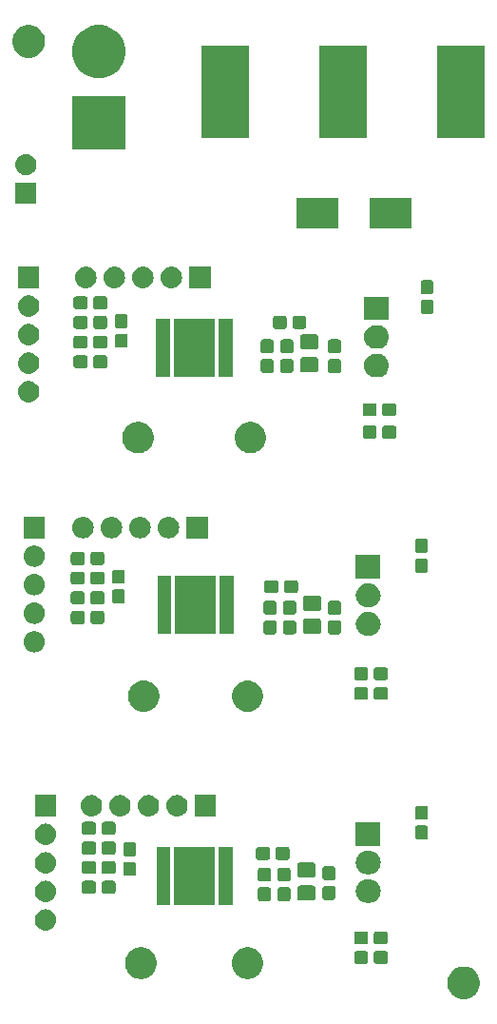
<source format=gbr>
G04 #@! TF.GenerationSoftware,KiCad,Pcbnew,(5.0.1)-3*
G04 #@! TF.CreationDate,2021-04-08T14:22:07+02:00*
G04 #@! TF.ProjectId,MAN_Motor_Drivers,4D414E5F4D6F746F725F447269766572,rev?*
G04 #@! TF.SameCoordinates,Original*
G04 #@! TF.FileFunction,Soldermask,Top*
G04 #@! TF.FilePolarity,Negative*
%FSLAX46Y46*%
G04 Gerber Fmt 4.6, Leading zero omitted, Abs format (unit mm)*
G04 Created by KiCad (PCBNEW (5.0.1)-3) date 08.04.2021 14:22:07*
%MOMM*%
%LPD*%
G01*
G04 APERTURE LIST*
%ADD10C,0.100000*%
G04 APERTURE END LIST*
D10*
G36*
X177922947Y-104855722D02*
X178186833Y-104965027D01*
X178424324Y-105123713D01*
X178626287Y-105325676D01*
X178784973Y-105563167D01*
X178894278Y-105827053D01*
X178950000Y-106107186D01*
X178950000Y-106392814D01*
X178894278Y-106672947D01*
X178784973Y-106936833D01*
X178626287Y-107174324D01*
X178424324Y-107376287D01*
X178186833Y-107534973D01*
X177922947Y-107644278D01*
X177642814Y-107700000D01*
X177357186Y-107700000D01*
X177077053Y-107644278D01*
X176813167Y-107534973D01*
X176575676Y-107376287D01*
X176373713Y-107174324D01*
X176215027Y-106936833D01*
X176105722Y-106672947D01*
X176050000Y-106392814D01*
X176050000Y-106107186D01*
X176105722Y-105827053D01*
X176215027Y-105563167D01*
X176373713Y-105325676D01*
X176575676Y-105123713D01*
X176813167Y-104965027D01*
X177077053Y-104855722D01*
X177357186Y-104800000D01*
X177642814Y-104800000D01*
X177922947Y-104855722D01*
X177922947Y-104855722D01*
G37*
G36*
X158523127Y-103126901D02*
X158658365Y-103153801D01*
X158913149Y-103259336D01*
X159139397Y-103410511D01*
X159142451Y-103412551D01*
X159337449Y-103607549D01*
X159337451Y-103607552D01*
X159369917Y-103656140D01*
X159490665Y-103836853D01*
X159596199Y-104091636D01*
X159650000Y-104362111D01*
X159650000Y-104637889D01*
X159596199Y-104908364D01*
X159490665Y-105163147D01*
X159337449Y-105392451D01*
X159142451Y-105587449D01*
X159142448Y-105587451D01*
X158913149Y-105740664D01*
X158658365Y-105846199D01*
X158523127Y-105873099D01*
X158387889Y-105900000D01*
X158112111Y-105900000D01*
X157976874Y-105873100D01*
X157841635Y-105846199D01*
X157586851Y-105740664D01*
X157357552Y-105587451D01*
X157357549Y-105587449D01*
X157162551Y-105392451D01*
X157009335Y-105163147D01*
X156903801Y-104908364D01*
X156850000Y-104637889D01*
X156850000Y-104362111D01*
X156903801Y-104091636D01*
X157009335Y-103836853D01*
X157130084Y-103656140D01*
X157162549Y-103607552D01*
X157162551Y-103607549D01*
X157357549Y-103412551D01*
X157360603Y-103410511D01*
X157586851Y-103259336D01*
X157841635Y-103153801D01*
X157976873Y-103126901D01*
X158112111Y-103100000D01*
X158387889Y-103100000D01*
X158523127Y-103126901D01*
X158523127Y-103126901D01*
G37*
G36*
X149023127Y-103126901D02*
X149158365Y-103153801D01*
X149413149Y-103259336D01*
X149639397Y-103410511D01*
X149642451Y-103412551D01*
X149837449Y-103607549D01*
X149837451Y-103607552D01*
X149869917Y-103656140D01*
X149990665Y-103836853D01*
X150096199Y-104091636D01*
X150150000Y-104362111D01*
X150150000Y-104637889D01*
X150096199Y-104908364D01*
X149990665Y-105163147D01*
X149837449Y-105392451D01*
X149642451Y-105587449D01*
X149642448Y-105587451D01*
X149413149Y-105740664D01*
X149158365Y-105846199D01*
X149023127Y-105873099D01*
X148887889Y-105900000D01*
X148612111Y-105900000D01*
X148476874Y-105873100D01*
X148341635Y-105846199D01*
X148086851Y-105740664D01*
X147857552Y-105587451D01*
X147857549Y-105587449D01*
X147662551Y-105392451D01*
X147509335Y-105163147D01*
X147403801Y-104908364D01*
X147350000Y-104637889D01*
X147350000Y-104362111D01*
X147403801Y-104091636D01*
X147509335Y-103836853D01*
X147630084Y-103656140D01*
X147662549Y-103607552D01*
X147662551Y-103607549D01*
X147857549Y-103412551D01*
X147860603Y-103410511D01*
X148086851Y-103259336D01*
X148341635Y-103153801D01*
X148476873Y-103126901D01*
X148612111Y-103100000D01*
X148887889Y-103100000D01*
X149023127Y-103126901D01*
X149023127Y-103126901D01*
G37*
G36*
X170568779Y-103429916D02*
X170610870Y-103442685D01*
X170649666Y-103463422D01*
X170683671Y-103491329D01*
X170711578Y-103525334D01*
X170732315Y-103564130D01*
X170745084Y-103606221D01*
X170750000Y-103656140D01*
X170750000Y-104343860D01*
X170745084Y-104393779D01*
X170732315Y-104435870D01*
X170711578Y-104474666D01*
X170683671Y-104508671D01*
X170649666Y-104536578D01*
X170610870Y-104557315D01*
X170568779Y-104570084D01*
X170518860Y-104575000D01*
X169731140Y-104575000D01*
X169681221Y-104570084D01*
X169639130Y-104557315D01*
X169600334Y-104536578D01*
X169566329Y-104508671D01*
X169538422Y-104474666D01*
X169517685Y-104435870D01*
X169504916Y-104393779D01*
X169500000Y-104343860D01*
X169500000Y-103656140D01*
X169504916Y-103606221D01*
X169517685Y-103564130D01*
X169538422Y-103525334D01*
X169566329Y-103491329D01*
X169600334Y-103463422D01*
X169639130Y-103442685D01*
X169681221Y-103429916D01*
X169731140Y-103425000D01*
X170518860Y-103425000D01*
X170568779Y-103429916D01*
X170568779Y-103429916D01*
G37*
G36*
X168818779Y-103429916D02*
X168860870Y-103442685D01*
X168899666Y-103463422D01*
X168933671Y-103491329D01*
X168961578Y-103525334D01*
X168982315Y-103564130D01*
X168995084Y-103606221D01*
X169000000Y-103656140D01*
X169000000Y-104343860D01*
X168995084Y-104393779D01*
X168982315Y-104435870D01*
X168961578Y-104474666D01*
X168933671Y-104508671D01*
X168899666Y-104536578D01*
X168860870Y-104557315D01*
X168818779Y-104570084D01*
X168768860Y-104575000D01*
X167981140Y-104575000D01*
X167931221Y-104570084D01*
X167889130Y-104557315D01*
X167850334Y-104536578D01*
X167816329Y-104508671D01*
X167788422Y-104474666D01*
X167767685Y-104435870D01*
X167754916Y-104393779D01*
X167750000Y-104343860D01*
X167750000Y-103656140D01*
X167754916Y-103606221D01*
X167767685Y-103564130D01*
X167788422Y-103525334D01*
X167816329Y-103491329D01*
X167850334Y-103463422D01*
X167889130Y-103442685D01*
X167931221Y-103429916D01*
X167981140Y-103425000D01*
X168768860Y-103425000D01*
X168818779Y-103429916D01*
X168818779Y-103429916D01*
G37*
G36*
X168818779Y-101679916D02*
X168860870Y-101692685D01*
X168899666Y-101713422D01*
X168933671Y-101741329D01*
X168961578Y-101775334D01*
X168982315Y-101814130D01*
X168995084Y-101856221D01*
X169000000Y-101906140D01*
X169000000Y-102593860D01*
X168995084Y-102643779D01*
X168982315Y-102685870D01*
X168961578Y-102724666D01*
X168933671Y-102758671D01*
X168899666Y-102786578D01*
X168860870Y-102807315D01*
X168818779Y-102820084D01*
X168768860Y-102825000D01*
X167981140Y-102825000D01*
X167931221Y-102820084D01*
X167889130Y-102807315D01*
X167850334Y-102786578D01*
X167816329Y-102758671D01*
X167788422Y-102724666D01*
X167767685Y-102685870D01*
X167754916Y-102643779D01*
X167750000Y-102593860D01*
X167750000Y-101906140D01*
X167754916Y-101856221D01*
X167767685Y-101814130D01*
X167788422Y-101775334D01*
X167816329Y-101741329D01*
X167850334Y-101713422D01*
X167889130Y-101692685D01*
X167931221Y-101679916D01*
X167981140Y-101675000D01*
X168768860Y-101675000D01*
X168818779Y-101679916D01*
X168818779Y-101679916D01*
G37*
G36*
X170568779Y-101679916D02*
X170610870Y-101692685D01*
X170649666Y-101713422D01*
X170683671Y-101741329D01*
X170711578Y-101775334D01*
X170732315Y-101814130D01*
X170745084Y-101856221D01*
X170750000Y-101906140D01*
X170750000Y-102593860D01*
X170745084Y-102643779D01*
X170732315Y-102685870D01*
X170711578Y-102724666D01*
X170683671Y-102758671D01*
X170649666Y-102786578D01*
X170610870Y-102807315D01*
X170568779Y-102820084D01*
X170518860Y-102825000D01*
X169731140Y-102825000D01*
X169681221Y-102820084D01*
X169639130Y-102807315D01*
X169600334Y-102786578D01*
X169566329Y-102758671D01*
X169538422Y-102724666D01*
X169517685Y-102685870D01*
X169504916Y-102643779D01*
X169500000Y-102593860D01*
X169500000Y-101906140D01*
X169504916Y-101856221D01*
X169517685Y-101814130D01*
X169538422Y-101775334D01*
X169566329Y-101741329D01*
X169600334Y-101713422D01*
X169639130Y-101692685D01*
X169681221Y-101679916D01*
X169731140Y-101675000D01*
X170518860Y-101675000D01*
X170568779Y-101679916D01*
X170568779Y-101679916D01*
G37*
G36*
X140436232Y-99723746D02*
X140525770Y-99750907D01*
X140615309Y-99778068D01*
X140780347Y-99866283D01*
X140925001Y-99984999D01*
X141043717Y-100129653D01*
X141131932Y-100294691D01*
X141186254Y-100473769D01*
X141204596Y-100660000D01*
X141186254Y-100846231D01*
X141131932Y-101025309D01*
X141043717Y-101190347D01*
X140925001Y-101335001D01*
X140780347Y-101453717D01*
X140615309Y-101541932D01*
X140525770Y-101569093D01*
X140436232Y-101596254D01*
X140296666Y-101610000D01*
X140203334Y-101610000D01*
X140133552Y-101603127D01*
X140063768Y-101596254D01*
X139974230Y-101569093D01*
X139884691Y-101541932D01*
X139719653Y-101453717D01*
X139574999Y-101335001D01*
X139456283Y-101190347D01*
X139368068Y-101025309D01*
X139313746Y-100846231D01*
X139295404Y-100660000D01*
X139313746Y-100473769D01*
X139368068Y-100294691D01*
X139456283Y-100129653D01*
X139574999Y-99984999D01*
X139719653Y-99866283D01*
X139884691Y-99778068D01*
X139974230Y-99750907D01*
X140063768Y-99723746D01*
X140203334Y-99710000D01*
X140296666Y-99710000D01*
X140436232Y-99723746D01*
X140436232Y-99723746D01*
G37*
G36*
X156925000Y-99375000D02*
X155675000Y-99375000D01*
X155675000Y-94175000D01*
X156925000Y-94175000D01*
X156925000Y-99375000D01*
X156925000Y-99375000D01*
G37*
G36*
X155325000Y-99375000D02*
X151725000Y-99375000D01*
X151725000Y-94175000D01*
X155325000Y-94175000D01*
X155325000Y-99375000D01*
X155325000Y-99375000D01*
G37*
G36*
X151375000Y-99375000D02*
X150125000Y-99375000D01*
X150125000Y-94175000D01*
X151375000Y-94175000D01*
X151375000Y-99375000D01*
X151375000Y-99375000D01*
G37*
G36*
X169130126Y-97030546D02*
X169253826Y-97042729D01*
X169452223Y-97102912D01*
X169635067Y-97200644D01*
X169706425Y-97259207D01*
X169795331Y-97332169D01*
X169856260Y-97406412D01*
X169926856Y-97492433D01*
X170024588Y-97675277D01*
X170084771Y-97873674D01*
X170105092Y-98080000D01*
X170084771Y-98286326D01*
X170024588Y-98484723D01*
X169926856Y-98667567D01*
X169879721Y-98725000D01*
X169795331Y-98827831D01*
X169711048Y-98897000D01*
X169635067Y-98959356D01*
X169452223Y-99057088D01*
X169253826Y-99117271D01*
X169130126Y-99129454D01*
X169099202Y-99132500D01*
X168900798Y-99132500D01*
X168869874Y-99129454D01*
X168746174Y-99117271D01*
X168547777Y-99057088D01*
X168364933Y-98959356D01*
X168288952Y-98897000D01*
X168204669Y-98827831D01*
X168120279Y-98725000D01*
X168073144Y-98667567D01*
X167975412Y-98484723D01*
X167915229Y-98286326D01*
X167894908Y-98080000D01*
X167915229Y-97873674D01*
X167975412Y-97675277D01*
X168073144Y-97492433D01*
X168143740Y-97406412D01*
X168204669Y-97332169D01*
X168293575Y-97259207D01*
X168364933Y-97200644D01*
X168547777Y-97102912D01*
X168746174Y-97042729D01*
X168869874Y-97030546D01*
X168900798Y-97027500D01*
X169099202Y-97027500D01*
X169130126Y-97030546D01*
X169130126Y-97030546D01*
G37*
G36*
X140366448Y-97176873D02*
X140436232Y-97183746D01*
X140491937Y-97200644D01*
X140615309Y-97238068D01*
X140780347Y-97326283D01*
X140925001Y-97444999D01*
X141043717Y-97589653D01*
X141131932Y-97754691D01*
X141150629Y-97816329D01*
X141186254Y-97933768D01*
X141204596Y-98120000D01*
X141188215Y-98286326D01*
X141186254Y-98306231D01*
X141131932Y-98485309D01*
X141043717Y-98650347D01*
X140925001Y-98795001D01*
X140780347Y-98913717D01*
X140615309Y-99001932D01*
X140525770Y-99029093D01*
X140436232Y-99056254D01*
X140296666Y-99070000D01*
X140203334Y-99070000D01*
X140133552Y-99063127D01*
X140063768Y-99056254D01*
X139974230Y-99029093D01*
X139884691Y-99001932D01*
X139719653Y-98913717D01*
X139574999Y-98795001D01*
X139456283Y-98650347D01*
X139368068Y-98485309D01*
X139313746Y-98306231D01*
X139311786Y-98286326D01*
X139295404Y-98120000D01*
X139313746Y-97933768D01*
X139349371Y-97816329D01*
X139368068Y-97754691D01*
X139456283Y-97589653D01*
X139574999Y-97444999D01*
X139719653Y-97326283D01*
X139884691Y-97238068D01*
X140008063Y-97200644D01*
X140063768Y-97183746D01*
X140203334Y-97170000D01*
X140296666Y-97170000D01*
X140366448Y-97176873D01*
X140366448Y-97176873D01*
G37*
G36*
X160143779Y-97754916D02*
X160185870Y-97767685D01*
X160224666Y-97788422D01*
X160258671Y-97816329D01*
X160286578Y-97850334D01*
X160307315Y-97889130D01*
X160320084Y-97931221D01*
X160325000Y-97981140D01*
X160325000Y-98768860D01*
X160320084Y-98818779D01*
X160307315Y-98860870D01*
X160286578Y-98899666D01*
X160258671Y-98933671D01*
X160224666Y-98961578D01*
X160185870Y-98982315D01*
X160143779Y-98995084D01*
X160093860Y-99000000D01*
X159406140Y-99000000D01*
X159356221Y-98995084D01*
X159314130Y-98982315D01*
X159275334Y-98961578D01*
X159241329Y-98933671D01*
X159213422Y-98899666D01*
X159192685Y-98860870D01*
X159179916Y-98818779D01*
X159175000Y-98768860D01*
X159175000Y-97981140D01*
X159179916Y-97931221D01*
X159192685Y-97889130D01*
X159213422Y-97850334D01*
X159241329Y-97816329D01*
X159275334Y-97788422D01*
X159314130Y-97767685D01*
X159356221Y-97754916D01*
X159406140Y-97750000D01*
X160093860Y-97750000D01*
X160143779Y-97754916D01*
X160143779Y-97754916D01*
G37*
G36*
X161893779Y-97754916D02*
X161935870Y-97767685D01*
X161974666Y-97788422D01*
X162008671Y-97816329D01*
X162036578Y-97850334D01*
X162057315Y-97889130D01*
X162070084Y-97931221D01*
X162075000Y-97981140D01*
X162075000Y-98768860D01*
X162070084Y-98818779D01*
X162057315Y-98860870D01*
X162036578Y-98899666D01*
X162008671Y-98933671D01*
X161974666Y-98961578D01*
X161935870Y-98982315D01*
X161893779Y-98995084D01*
X161843860Y-99000000D01*
X161156140Y-99000000D01*
X161106221Y-98995084D01*
X161064130Y-98982315D01*
X161025334Y-98961578D01*
X160991329Y-98933671D01*
X160963422Y-98899666D01*
X160942685Y-98860870D01*
X160929916Y-98818779D01*
X160925000Y-98768860D01*
X160925000Y-97981140D01*
X160929916Y-97931221D01*
X160942685Y-97889130D01*
X160963422Y-97850334D01*
X160991329Y-97816329D01*
X161025334Y-97788422D01*
X161064130Y-97767685D01*
X161106221Y-97754916D01*
X161156140Y-97750000D01*
X161843860Y-97750000D01*
X161893779Y-97754916D01*
X161893779Y-97754916D01*
G37*
G36*
X164120527Y-97604874D02*
X164162216Y-97617521D01*
X164200630Y-97638053D01*
X164234308Y-97665692D01*
X164261947Y-97699370D01*
X164282479Y-97737784D01*
X164295126Y-97779473D01*
X164300000Y-97828964D01*
X164300000Y-98721036D01*
X164295126Y-98770527D01*
X164282479Y-98812216D01*
X164261947Y-98850630D01*
X164234308Y-98884308D01*
X164200630Y-98911947D01*
X164162216Y-98932479D01*
X164120527Y-98945126D01*
X164071036Y-98950000D01*
X162928964Y-98950000D01*
X162879473Y-98945126D01*
X162837784Y-98932479D01*
X162799370Y-98911947D01*
X162765692Y-98884308D01*
X162738053Y-98850630D01*
X162717521Y-98812216D01*
X162704874Y-98770527D01*
X162700000Y-98721036D01*
X162700000Y-97828964D01*
X162704874Y-97779473D01*
X162717521Y-97737784D01*
X162738053Y-97699370D01*
X162765692Y-97665692D01*
X162799370Y-97638053D01*
X162837784Y-97617521D01*
X162879473Y-97604874D01*
X162928964Y-97600000D01*
X164071036Y-97600000D01*
X164120527Y-97604874D01*
X164120527Y-97604874D01*
G37*
G36*
X165893779Y-97629917D02*
X165935870Y-97642686D01*
X165974666Y-97663423D01*
X166008671Y-97691330D01*
X166036578Y-97725335D01*
X166057315Y-97764131D01*
X166070084Y-97806222D01*
X166075000Y-97856141D01*
X166075000Y-98643861D01*
X166070084Y-98693780D01*
X166057315Y-98735871D01*
X166036578Y-98774667D01*
X166008671Y-98808672D01*
X165974666Y-98836579D01*
X165935870Y-98857316D01*
X165893779Y-98870085D01*
X165843860Y-98875001D01*
X165156140Y-98875001D01*
X165106221Y-98870085D01*
X165064130Y-98857316D01*
X165025334Y-98836579D01*
X164991329Y-98808672D01*
X164963422Y-98774667D01*
X164942685Y-98735871D01*
X164929916Y-98693780D01*
X164925000Y-98643861D01*
X164925000Y-97856141D01*
X164929916Y-97806222D01*
X164942685Y-97764131D01*
X164963422Y-97725335D01*
X164991329Y-97691330D01*
X165025334Y-97663423D01*
X165064130Y-97642686D01*
X165106221Y-97629917D01*
X165156140Y-97625001D01*
X165843860Y-97625001D01*
X165893779Y-97629917D01*
X165893779Y-97629917D01*
G37*
G36*
X144568779Y-97179916D02*
X144610870Y-97192685D01*
X144649666Y-97213422D01*
X144683671Y-97241329D01*
X144711578Y-97275334D01*
X144732315Y-97314130D01*
X144745084Y-97356221D01*
X144750000Y-97406140D01*
X144750000Y-98093860D01*
X144745084Y-98143779D01*
X144732315Y-98185870D01*
X144711578Y-98224666D01*
X144683671Y-98258671D01*
X144649666Y-98286578D01*
X144610870Y-98307315D01*
X144568779Y-98320084D01*
X144518860Y-98325000D01*
X143731140Y-98325000D01*
X143681221Y-98320084D01*
X143639130Y-98307315D01*
X143600334Y-98286578D01*
X143566329Y-98258671D01*
X143538422Y-98224666D01*
X143517685Y-98185870D01*
X143504916Y-98143779D01*
X143500000Y-98093860D01*
X143500000Y-97406140D01*
X143504916Y-97356221D01*
X143517685Y-97314130D01*
X143538422Y-97275334D01*
X143566329Y-97241329D01*
X143600334Y-97213422D01*
X143639130Y-97192685D01*
X143681221Y-97179916D01*
X143731140Y-97175000D01*
X144518860Y-97175000D01*
X144568779Y-97179916D01*
X144568779Y-97179916D01*
G37*
G36*
X146318779Y-97179916D02*
X146360870Y-97192685D01*
X146399666Y-97213422D01*
X146433671Y-97241329D01*
X146461578Y-97275334D01*
X146482315Y-97314130D01*
X146495084Y-97356221D01*
X146500000Y-97406140D01*
X146500000Y-98093860D01*
X146495084Y-98143779D01*
X146482315Y-98185870D01*
X146461578Y-98224666D01*
X146433671Y-98258671D01*
X146399666Y-98286578D01*
X146360870Y-98307315D01*
X146318779Y-98320084D01*
X146268860Y-98325000D01*
X145481140Y-98325000D01*
X145431221Y-98320084D01*
X145389130Y-98307315D01*
X145350334Y-98286578D01*
X145316329Y-98258671D01*
X145288422Y-98224666D01*
X145267685Y-98185870D01*
X145254916Y-98143779D01*
X145250000Y-98093860D01*
X145250000Y-97406140D01*
X145254916Y-97356221D01*
X145267685Y-97314130D01*
X145288422Y-97275334D01*
X145316329Y-97241329D01*
X145350334Y-97213422D01*
X145389130Y-97192685D01*
X145431221Y-97179916D01*
X145481140Y-97175000D01*
X146268860Y-97175000D01*
X146318779Y-97179916D01*
X146318779Y-97179916D01*
G37*
G36*
X161893779Y-96004916D02*
X161935870Y-96017685D01*
X161974666Y-96038422D01*
X162008671Y-96066329D01*
X162036578Y-96100334D01*
X162057315Y-96139130D01*
X162070084Y-96181221D01*
X162075000Y-96231140D01*
X162075000Y-97018860D01*
X162070084Y-97068779D01*
X162057315Y-97110870D01*
X162036578Y-97149666D01*
X162008671Y-97183671D01*
X161974666Y-97211578D01*
X161935870Y-97232315D01*
X161893779Y-97245084D01*
X161843860Y-97250000D01*
X161156140Y-97250000D01*
X161106221Y-97245084D01*
X161064130Y-97232315D01*
X161025334Y-97211578D01*
X160991329Y-97183671D01*
X160963422Y-97149666D01*
X160942685Y-97110870D01*
X160929916Y-97068779D01*
X160925000Y-97018860D01*
X160925000Y-96231140D01*
X160929916Y-96181221D01*
X160942685Y-96139130D01*
X160963422Y-96100334D01*
X160991329Y-96066329D01*
X161025334Y-96038422D01*
X161064130Y-96017685D01*
X161106221Y-96004916D01*
X161156140Y-96000000D01*
X161843860Y-96000000D01*
X161893779Y-96004916D01*
X161893779Y-96004916D01*
G37*
G36*
X160143779Y-96004916D02*
X160185870Y-96017685D01*
X160224666Y-96038422D01*
X160258671Y-96066329D01*
X160286578Y-96100334D01*
X160307315Y-96139130D01*
X160320084Y-96181221D01*
X160325000Y-96231140D01*
X160325000Y-97018860D01*
X160320084Y-97068779D01*
X160307315Y-97110870D01*
X160286578Y-97149666D01*
X160258671Y-97183671D01*
X160224666Y-97211578D01*
X160185870Y-97232315D01*
X160143779Y-97245084D01*
X160093860Y-97250000D01*
X159406140Y-97250000D01*
X159356221Y-97245084D01*
X159314130Y-97232315D01*
X159275334Y-97211578D01*
X159241329Y-97183671D01*
X159213422Y-97149666D01*
X159192685Y-97110870D01*
X159179916Y-97068779D01*
X159175000Y-97018860D01*
X159175000Y-96231140D01*
X159179916Y-96181221D01*
X159192685Y-96139130D01*
X159213422Y-96100334D01*
X159241329Y-96066329D01*
X159275334Y-96038422D01*
X159314130Y-96017685D01*
X159356221Y-96004916D01*
X159406140Y-96000000D01*
X160093860Y-96000000D01*
X160143779Y-96004916D01*
X160143779Y-96004916D01*
G37*
G36*
X165893779Y-95879917D02*
X165935870Y-95892686D01*
X165974666Y-95913423D01*
X166008671Y-95941330D01*
X166036578Y-95975335D01*
X166057315Y-96014131D01*
X166070084Y-96056222D01*
X166075000Y-96106141D01*
X166075000Y-96893861D01*
X166070084Y-96943780D01*
X166057315Y-96985871D01*
X166036578Y-97024667D01*
X166008671Y-97058672D01*
X165974666Y-97086579D01*
X165935870Y-97107316D01*
X165893779Y-97120085D01*
X165843860Y-97125001D01*
X165156140Y-97125001D01*
X165106221Y-97120085D01*
X165064130Y-97107316D01*
X165025334Y-97086579D01*
X164991329Y-97058672D01*
X164963422Y-97024667D01*
X164942685Y-96985871D01*
X164929916Y-96943780D01*
X164925000Y-96893861D01*
X164925000Y-96106141D01*
X164929916Y-96056222D01*
X164942685Y-96014131D01*
X164963422Y-95975335D01*
X164991329Y-95941330D01*
X165025334Y-95913423D01*
X165064130Y-95892686D01*
X165106221Y-95879917D01*
X165156140Y-95875001D01*
X165843860Y-95875001D01*
X165893779Y-95879917D01*
X165893779Y-95879917D01*
G37*
G36*
X164120527Y-95554874D02*
X164162216Y-95567521D01*
X164200630Y-95588053D01*
X164234308Y-95615692D01*
X164261947Y-95649370D01*
X164282479Y-95687784D01*
X164295126Y-95729473D01*
X164300000Y-95778964D01*
X164300000Y-96671036D01*
X164295126Y-96720527D01*
X164282479Y-96762216D01*
X164261947Y-96800630D01*
X164234308Y-96834308D01*
X164200630Y-96861947D01*
X164162216Y-96882479D01*
X164120527Y-96895126D01*
X164071036Y-96900000D01*
X162928964Y-96900000D01*
X162879473Y-96895126D01*
X162837784Y-96882479D01*
X162799370Y-96861947D01*
X162765692Y-96834308D01*
X162738053Y-96800630D01*
X162717521Y-96762216D01*
X162704874Y-96720527D01*
X162700000Y-96671036D01*
X162700000Y-95778964D01*
X162704874Y-95729473D01*
X162717521Y-95687784D01*
X162738053Y-95649370D01*
X162765692Y-95615692D01*
X162799370Y-95588053D01*
X162837784Y-95567521D01*
X162879473Y-95554874D01*
X162928964Y-95550000D01*
X164071036Y-95550000D01*
X164120527Y-95554874D01*
X164120527Y-95554874D01*
G37*
G36*
X148143779Y-95504916D02*
X148185870Y-95517685D01*
X148224666Y-95538422D01*
X148258671Y-95566329D01*
X148286578Y-95600334D01*
X148307315Y-95639130D01*
X148320084Y-95681221D01*
X148325000Y-95731140D01*
X148325000Y-96518860D01*
X148320084Y-96568779D01*
X148307315Y-96610870D01*
X148286578Y-96649666D01*
X148258671Y-96683671D01*
X148224666Y-96711578D01*
X148185870Y-96732315D01*
X148143779Y-96745084D01*
X148093860Y-96750000D01*
X147406140Y-96750000D01*
X147356221Y-96745084D01*
X147314130Y-96732315D01*
X147275334Y-96711578D01*
X147241329Y-96683671D01*
X147213422Y-96649666D01*
X147192685Y-96610870D01*
X147179916Y-96568779D01*
X147175000Y-96518860D01*
X147175000Y-95731140D01*
X147179916Y-95681221D01*
X147192685Y-95639130D01*
X147213422Y-95600334D01*
X147241329Y-95566329D01*
X147275334Y-95538422D01*
X147314130Y-95517685D01*
X147356221Y-95504916D01*
X147406140Y-95500000D01*
X148093860Y-95500000D01*
X148143779Y-95504916D01*
X148143779Y-95504916D01*
G37*
G36*
X169130126Y-94490546D02*
X169253826Y-94502729D01*
X169452223Y-94562912D01*
X169635067Y-94660644D01*
X169698253Y-94712500D01*
X169795331Y-94792169D01*
X169861031Y-94872226D01*
X169926856Y-94952433D01*
X170024588Y-95135277D01*
X170084771Y-95333674D01*
X170105092Y-95540000D01*
X170084771Y-95746326D01*
X170024588Y-95944723D01*
X169926856Y-96127567D01*
X169864500Y-96203548D01*
X169795331Y-96287831D01*
X169727058Y-96343860D01*
X169635067Y-96419356D01*
X169452223Y-96517088D01*
X169253826Y-96577271D01*
X169130126Y-96589454D01*
X169099202Y-96592500D01*
X168900798Y-96592500D01*
X168869874Y-96589454D01*
X168746174Y-96577271D01*
X168547777Y-96517088D01*
X168364933Y-96419356D01*
X168272942Y-96343860D01*
X168204669Y-96287831D01*
X168135500Y-96203548D01*
X168073144Y-96127567D01*
X167975412Y-95944723D01*
X167915229Y-95746326D01*
X167894908Y-95540000D01*
X167915229Y-95333674D01*
X167975412Y-95135277D01*
X168073144Y-94952433D01*
X168138969Y-94872226D01*
X168204669Y-94792169D01*
X168301747Y-94712500D01*
X168364933Y-94660644D01*
X168547777Y-94562912D01*
X168746174Y-94502729D01*
X168869874Y-94490546D01*
X168900798Y-94487500D01*
X169099202Y-94487500D01*
X169130126Y-94490546D01*
X169130126Y-94490546D01*
G37*
G36*
X144568779Y-95429916D02*
X144610870Y-95442685D01*
X144649666Y-95463422D01*
X144683671Y-95491329D01*
X144711578Y-95525334D01*
X144732315Y-95564130D01*
X144745084Y-95606221D01*
X144750000Y-95656140D01*
X144750000Y-96343860D01*
X144745084Y-96393779D01*
X144732315Y-96435870D01*
X144711578Y-96474666D01*
X144683671Y-96508671D01*
X144649666Y-96536578D01*
X144610870Y-96557315D01*
X144568779Y-96570084D01*
X144518860Y-96575000D01*
X143731140Y-96575000D01*
X143681221Y-96570084D01*
X143639130Y-96557315D01*
X143600334Y-96536578D01*
X143566329Y-96508671D01*
X143538422Y-96474666D01*
X143517685Y-96435870D01*
X143504916Y-96393779D01*
X143500000Y-96343860D01*
X143500000Y-95656140D01*
X143504916Y-95606221D01*
X143517685Y-95564130D01*
X143538422Y-95525334D01*
X143566329Y-95491329D01*
X143600334Y-95463422D01*
X143639130Y-95442685D01*
X143681221Y-95429916D01*
X143731140Y-95425000D01*
X144518860Y-95425000D01*
X144568779Y-95429916D01*
X144568779Y-95429916D01*
G37*
G36*
X146318779Y-95429916D02*
X146360870Y-95442685D01*
X146399666Y-95463422D01*
X146433671Y-95491329D01*
X146461578Y-95525334D01*
X146482315Y-95564130D01*
X146495084Y-95606221D01*
X146500000Y-95656140D01*
X146500000Y-96343860D01*
X146495084Y-96393779D01*
X146482315Y-96435870D01*
X146461578Y-96474666D01*
X146433671Y-96508671D01*
X146399666Y-96536578D01*
X146360870Y-96557315D01*
X146318779Y-96570084D01*
X146268860Y-96575000D01*
X145481140Y-96575000D01*
X145431221Y-96570084D01*
X145389130Y-96557315D01*
X145350334Y-96536578D01*
X145316329Y-96508671D01*
X145288422Y-96474666D01*
X145267685Y-96435870D01*
X145254916Y-96393779D01*
X145250000Y-96343860D01*
X145250000Y-95656140D01*
X145254916Y-95606221D01*
X145267685Y-95564130D01*
X145288422Y-95525334D01*
X145316329Y-95491329D01*
X145350334Y-95463422D01*
X145389130Y-95442685D01*
X145431221Y-95429916D01*
X145481140Y-95425000D01*
X146268860Y-95425000D01*
X146318779Y-95429916D01*
X146318779Y-95429916D01*
G37*
G36*
X140366448Y-94636873D02*
X140436232Y-94643746D01*
X140491937Y-94660644D01*
X140615309Y-94698068D01*
X140780347Y-94786283D01*
X140925001Y-94904999D01*
X141043717Y-95049653D01*
X141131932Y-95214691D01*
X141131932Y-95214692D01*
X141186254Y-95393768D01*
X141204596Y-95580000D01*
X141188215Y-95746326D01*
X141186254Y-95766231D01*
X141131932Y-95945309D01*
X141043717Y-96110347D01*
X140925001Y-96255001D01*
X140780347Y-96373717D01*
X140615309Y-96461932D01*
X140573330Y-96474666D01*
X140436232Y-96516254D01*
X140366448Y-96523127D01*
X140296666Y-96530000D01*
X140203334Y-96530000D01*
X140133552Y-96523127D01*
X140063768Y-96516254D01*
X139926670Y-96474666D01*
X139884691Y-96461932D01*
X139719653Y-96373717D01*
X139574999Y-96255001D01*
X139456283Y-96110347D01*
X139368068Y-95945309D01*
X139313746Y-95766231D01*
X139311786Y-95746326D01*
X139295404Y-95580000D01*
X139313746Y-95393768D01*
X139368068Y-95214692D01*
X139368068Y-95214691D01*
X139456283Y-95049653D01*
X139574999Y-94904999D01*
X139719653Y-94786283D01*
X139884691Y-94698068D01*
X140008063Y-94660644D01*
X140063768Y-94643746D01*
X140133552Y-94636873D01*
X140203334Y-94630000D01*
X140296666Y-94630000D01*
X140366448Y-94636873D01*
X140366448Y-94636873D01*
G37*
G36*
X160068779Y-94179916D02*
X160110870Y-94192685D01*
X160149666Y-94213422D01*
X160183671Y-94241329D01*
X160211578Y-94275334D01*
X160232315Y-94314130D01*
X160245084Y-94356221D01*
X160250000Y-94406140D01*
X160250000Y-95093860D01*
X160245084Y-95143779D01*
X160232315Y-95185870D01*
X160211578Y-95224666D01*
X160183671Y-95258671D01*
X160149666Y-95286578D01*
X160110870Y-95307315D01*
X160068779Y-95320084D01*
X160018860Y-95325000D01*
X159231140Y-95325000D01*
X159181221Y-95320084D01*
X159139130Y-95307315D01*
X159100334Y-95286578D01*
X159066329Y-95258671D01*
X159038422Y-95224666D01*
X159017685Y-95185870D01*
X159004916Y-95143779D01*
X159000000Y-95093860D01*
X159000000Y-94406140D01*
X159004916Y-94356221D01*
X159017685Y-94314130D01*
X159038422Y-94275334D01*
X159066329Y-94241329D01*
X159100334Y-94213422D01*
X159139130Y-94192685D01*
X159181221Y-94179916D01*
X159231140Y-94175000D01*
X160018860Y-94175000D01*
X160068779Y-94179916D01*
X160068779Y-94179916D01*
G37*
G36*
X161818779Y-94179916D02*
X161860870Y-94192685D01*
X161899666Y-94213422D01*
X161933671Y-94241329D01*
X161961578Y-94275334D01*
X161982315Y-94314130D01*
X161995084Y-94356221D01*
X162000000Y-94406140D01*
X162000000Y-95093860D01*
X161995084Y-95143779D01*
X161982315Y-95185870D01*
X161961578Y-95224666D01*
X161933671Y-95258671D01*
X161899666Y-95286578D01*
X161860870Y-95307315D01*
X161818779Y-95320084D01*
X161768860Y-95325000D01*
X160981140Y-95325000D01*
X160931221Y-95320084D01*
X160889130Y-95307315D01*
X160850334Y-95286578D01*
X160816329Y-95258671D01*
X160788422Y-95224666D01*
X160767685Y-95185870D01*
X160754916Y-95143779D01*
X160750000Y-95093860D01*
X160750000Y-94406140D01*
X160754916Y-94356221D01*
X160767685Y-94314130D01*
X160788422Y-94275334D01*
X160816329Y-94241329D01*
X160850334Y-94213422D01*
X160889130Y-94192685D01*
X160931221Y-94179916D01*
X160981140Y-94175000D01*
X161768860Y-94175000D01*
X161818779Y-94179916D01*
X161818779Y-94179916D01*
G37*
G36*
X148143779Y-93754916D02*
X148185870Y-93767685D01*
X148224666Y-93788422D01*
X148258671Y-93816329D01*
X148286578Y-93850334D01*
X148307315Y-93889130D01*
X148320084Y-93931221D01*
X148325000Y-93981140D01*
X148325000Y-94768860D01*
X148320084Y-94818779D01*
X148307315Y-94860870D01*
X148286578Y-94899666D01*
X148258671Y-94933671D01*
X148224666Y-94961578D01*
X148185870Y-94982315D01*
X148143779Y-94995084D01*
X148093860Y-95000000D01*
X147406140Y-95000000D01*
X147356221Y-94995084D01*
X147314130Y-94982315D01*
X147275334Y-94961578D01*
X147241329Y-94933671D01*
X147213422Y-94899666D01*
X147192685Y-94860870D01*
X147179916Y-94818779D01*
X147175000Y-94768860D01*
X147175000Y-93981140D01*
X147179916Y-93931221D01*
X147192685Y-93889130D01*
X147213422Y-93850334D01*
X147241329Y-93816329D01*
X147275334Y-93788422D01*
X147314130Y-93767685D01*
X147356221Y-93754916D01*
X147406140Y-93750000D01*
X148093860Y-93750000D01*
X148143779Y-93754916D01*
X148143779Y-93754916D01*
G37*
G36*
X146318779Y-93679916D02*
X146360870Y-93692685D01*
X146399666Y-93713422D01*
X146433671Y-93741329D01*
X146461578Y-93775334D01*
X146482315Y-93814130D01*
X146495084Y-93856221D01*
X146500000Y-93906140D01*
X146500000Y-94593860D01*
X146495084Y-94643779D01*
X146482315Y-94685870D01*
X146461578Y-94724666D01*
X146433671Y-94758671D01*
X146399666Y-94786578D01*
X146360870Y-94807315D01*
X146318779Y-94820084D01*
X146268860Y-94825000D01*
X145481140Y-94825000D01*
X145431221Y-94820084D01*
X145389130Y-94807315D01*
X145350334Y-94786578D01*
X145316329Y-94758671D01*
X145288422Y-94724666D01*
X145267685Y-94685870D01*
X145254916Y-94643779D01*
X145250000Y-94593860D01*
X145250000Y-93906140D01*
X145254916Y-93856221D01*
X145267685Y-93814130D01*
X145288422Y-93775334D01*
X145316329Y-93741329D01*
X145350334Y-93713422D01*
X145389130Y-93692685D01*
X145431221Y-93679916D01*
X145481140Y-93675000D01*
X146268860Y-93675000D01*
X146318779Y-93679916D01*
X146318779Y-93679916D01*
G37*
G36*
X144568779Y-93679916D02*
X144610870Y-93692685D01*
X144649666Y-93713422D01*
X144683671Y-93741329D01*
X144711578Y-93775334D01*
X144732315Y-93814130D01*
X144745084Y-93856221D01*
X144750000Y-93906140D01*
X144750000Y-94593860D01*
X144745084Y-94643779D01*
X144732315Y-94685870D01*
X144711578Y-94724666D01*
X144683671Y-94758671D01*
X144649666Y-94786578D01*
X144610870Y-94807315D01*
X144568779Y-94820084D01*
X144518860Y-94825000D01*
X143731140Y-94825000D01*
X143681221Y-94820084D01*
X143639130Y-94807315D01*
X143600334Y-94786578D01*
X143566329Y-94758671D01*
X143538422Y-94724666D01*
X143517685Y-94685870D01*
X143504916Y-94643779D01*
X143500000Y-94593860D01*
X143500000Y-93906140D01*
X143504916Y-93856221D01*
X143517685Y-93814130D01*
X143538422Y-93775334D01*
X143566329Y-93741329D01*
X143600334Y-93713422D01*
X143639130Y-93692685D01*
X143681221Y-93679916D01*
X143731140Y-93675000D01*
X144518860Y-93675000D01*
X144568779Y-93679916D01*
X144568779Y-93679916D01*
G37*
G36*
X170100000Y-94052500D02*
X167900000Y-94052500D01*
X167900000Y-91947500D01*
X170100000Y-91947500D01*
X170100000Y-94052500D01*
X170100000Y-94052500D01*
G37*
G36*
X140366448Y-92096873D02*
X140436232Y-92103746D01*
X140525770Y-92130907D01*
X140615309Y-92158068D01*
X140780347Y-92246283D01*
X140925001Y-92364999D01*
X141043717Y-92509653D01*
X141131932Y-92674691D01*
X141186254Y-92853769D01*
X141204596Y-93040000D01*
X141186254Y-93226231D01*
X141131932Y-93405309D01*
X141043717Y-93570347D01*
X140925001Y-93715001D01*
X140780347Y-93833717D01*
X140615309Y-93921932D01*
X140525770Y-93949093D01*
X140436232Y-93976254D01*
X140386623Y-93981140D01*
X140296666Y-93990000D01*
X140203334Y-93990000D01*
X140113377Y-93981140D01*
X140063768Y-93976254D01*
X139974230Y-93949093D01*
X139884691Y-93921932D01*
X139719653Y-93833717D01*
X139574999Y-93715001D01*
X139456283Y-93570347D01*
X139368068Y-93405309D01*
X139313746Y-93226231D01*
X139295404Y-93040000D01*
X139313746Y-92853769D01*
X139368068Y-92674691D01*
X139456283Y-92509653D01*
X139574999Y-92364999D01*
X139719653Y-92246283D01*
X139884691Y-92158068D01*
X139974230Y-92130907D01*
X140063768Y-92103746D01*
X140133552Y-92096873D01*
X140203334Y-92090000D01*
X140296666Y-92090000D01*
X140366448Y-92096873D01*
X140366448Y-92096873D01*
G37*
G36*
X174143779Y-92254916D02*
X174185870Y-92267685D01*
X174224666Y-92288422D01*
X174258671Y-92316329D01*
X174286578Y-92350334D01*
X174307315Y-92389130D01*
X174320084Y-92431221D01*
X174325000Y-92481140D01*
X174325000Y-93268860D01*
X174320084Y-93318779D01*
X174307315Y-93360870D01*
X174286578Y-93399666D01*
X174258671Y-93433671D01*
X174224666Y-93461578D01*
X174185870Y-93482315D01*
X174143779Y-93495084D01*
X174093860Y-93500000D01*
X173406140Y-93500000D01*
X173356221Y-93495084D01*
X173314130Y-93482315D01*
X173275334Y-93461578D01*
X173241329Y-93433671D01*
X173213422Y-93399666D01*
X173192685Y-93360870D01*
X173179916Y-93318779D01*
X173175000Y-93268860D01*
X173175000Y-92481140D01*
X173179916Y-92431221D01*
X173192685Y-92389130D01*
X173213422Y-92350334D01*
X173241329Y-92316329D01*
X173275334Y-92288422D01*
X173314130Y-92267685D01*
X173356221Y-92254916D01*
X173406140Y-92250000D01*
X174093860Y-92250000D01*
X174143779Y-92254916D01*
X174143779Y-92254916D01*
G37*
G36*
X144568779Y-91929916D02*
X144610870Y-91942685D01*
X144649666Y-91963422D01*
X144683671Y-91991329D01*
X144711578Y-92025334D01*
X144732315Y-92064130D01*
X144745084Y-92106221D01*
X144750000Y-92156140D01*
X144750000Y-92843860D01*
X144745084Y-92893779D01*
X144732315Y-92935870D01*
X144711578Y-92974666D01*
X144683671Y-93008671D01*
X144649666Y-93036578D01*
X144610870Y-93057315D01*
X144568779Y-93070084D01*
X144518860Y-93075000D01*
X143731140Y-93075000D01*
X143681221Y-93070084D01*
X143639130Y-93057315D01*
X143600334Y-93036578D01*
X143566329Y-93008671D01*
X143538422Y-92974666D01*
X143517685Y-92935870D01*
X143504916Y-92893779D01*
X143500000Y-92843860D01*
X143500000Y-92156140D01*
X143504916Y-92106221D01*
X143517685Y-92064130D01*
X143538422Y-92025334D01*
X143566329Y-91991329D01*
X143600334Y-91963422D01*
X143639130Y-91942685D01*
X143681221Y-91929916D01*
X143731140Y-91925000D01*
X144518860Y-91925000D01*
X144568779Y-91929916D01*
X144568779Y-91929916D01*
G37*
G36*
X146318779Y-91929916D02*
X146360870Y-91942685D01*
X146399666Y-91963422D01*
X146433671Y-91991329D01*
X146461578Y-92025334D01*
X146482315Y-92064130D01*
X146495084Y-92106221D01*
X146500000Y-92156140D01*
X146500000Y-92843860D01*
X146495084Y-92893779D01*
X146482315Y-92935870D01*
X146461578Y-92974666D01*
X146433671Y-93008671D01*
X146399666Y-93036578D01*
X146360870Y-93057315D01*
X146318779Y-93070084D01*
X146268860Y-93075000D01*
X145481140Y-93075000D01*
X145431221Y-93070084D01*
X145389130Y-93057315D01*
X145350334Y-93036578D01*
X145316329Y-93008671D01*
X145288422Y-92974666D01*
X145267685Y-92935870D01*
X145254916Y-92893779D01*
X145250000Y-92843860D01*
X145250000Y-92156140D01*
X145254916Y-92106221D01*
X145267685Y-92064130D01*
X145288422Y-92025334D01*
X145316329Y-91991329D01*
X145350334Y-91963422D01*
X145389130Y-91942685D01*
X145431221Y-91929916D01*
X145481140Y-91925000D01*
X146268860Y-91925000D01*
X146318779Y-91929916D01*
X146318779Y-91929916D01*
G37*
G36*
X174143779Y-90504916D02*
X174185870Y-90517685D01*
X174224666Y-90538422D01*
X174258671Y-90566329D01*
X174286578Y-90600334D01*
X174307315Y-90639130D01*
X174320084Y-90681221D01*
X174325000Y-90731140D01*
X174325000Y-91518860D01*
X174320084Y-91568779D01*
X174307315Y-91610870D01*
X174286578Y-91649666D01*
X174258671Y-91683671D01*
X174224666Y-91711578D01*
X174185870Y-91732315D01*
X174143779Y-91745084D01*
X174093860Y-91750000D01*
X173406140Y-91750000D01*
X173356221Y-91745084D01*
X173314130Y-91732315D01*
X173275334Y-91711578D01*
X173241329Y-91683671D01*
X173213422Y-91649666D01*
X173192685Y-91610870D01*
X173179916Y-91568779D01*
X173175000Y-91518860D01*
X173175000Y-90731140D01*
X173179916Y-90681221D01*
X173192685Y-90639130D01*
X173213422Y-90600334D01*
X173241329Y-90566329D01*
X173275334Y-90538422D01*
X173314130Y-90517685D01*
X173356221Y-90504916D01*
X173406140Y-90500000D01*
X174093860Y-90500000D01*
X174143779Y-90504916D01*
X174143779Y-90504916D01*
G37*
G36*
X144456448Y-89556873D02*
X144526232Y-89563746D01*
X144615770Y-89590907D01*
X144705309Y-89618068D01*
X144870347Y-89706283D01*
X145015001Y-89824999D01*
X145133717Y-89969653D01*
X145221932Y-90134691D01*
X145221932Y-90134692D01*
X145276254Y-90313768D01*
X145294596Y-90500000D01*
X145276748Y-90681221D01*
X145276254Y-90686231D01*
X145221932Y-90865309D01*
X145133717Y-91030347D01*
X145015001Y-91175001D01*
X144870347Y-91293717D01*
X144705309Y-91381932D01*
X144615770Y-91409093D01*
X144526232Y-91436254D01*
X144386666Y-91450000D01*
X144293334Y-91450000D01*
X144153768Y-91436254D01*
X144064230Y-91409093D01*
X143974691Y-91381932D01*
X143809653Y-91293717D01*
X143664999Y-91175001D01*
X143546283Y-91030347D01*
X143458068Y-90865309D01*
X143403746Y-90686231D01*
X143403253Y-90681221D01*
X143385404Y-90500000D01*
X143403746Y-90313768D01*
X143458068Y-90134692D01*
X143458068Y-90134691D01*
X143546283Y-89969653D01*
X143664999Y-89824999D01*
X143809653Y-89706283D01*
X143974691Y-89618068D01*
X144064230Y-89590907D01*
X144153768Y-89563746D01*
X144223552Y-89556873D01*
X144293334Y-89550000D01*
X144386666Y-89550000D01*
X144456448Y-89556873D01*
X144456448Y-89556873D01*
G37*
G36*
X155450000Y-91450000D02*
X153550000Y-91450000D01*
X153550000Y-89550000D01*
X155450000Y-89550000D01*
X155450000Y-91450000D01*
X155450000Y-91450000D01*
G37*
G36*
X152076448Y-89556873D02*
X152146232Y-89563746D01*
X152235770Y-89590907D01*
X152325309Y-89618068D01*
X152490347Y-89706283D01*
X152635001Y-89824999D01*
X152753717Y-89969653D01*
X152841932Y-90134691D01*
X152841932Y-90134692D01*
X152896254Y-90313768D01*
X152914596Y-90500000D01*
X152896748Y-90681221D01*
X152896254Y-90686231D01*
X152841932Y-90865309D01*
X152753717Y-91030347D01*
X152635001Y-91175001D01*
X152490347Y-91293717D01*
X152325309Y-91381932D01*
X152235770Y-91409093D01*
X152146232Y-91436254D01*
X152076448Y-91443127D01*
X152006666Y-91450000D01*
X151913334Y-91450000D01*
X151773768Y-91436254D01*
X151684230Y-91409093D01*
X151594691Y-91381932D01*
X151429653Y-91293717D01*
X151284999Y-91175001D01*
X151166283Y-91030347D01*
X151078068Y-90865309D01*
X151023746Y-90686231D01*
X151023253Y-90681221D01*
X151005404Y-90500000D01*
X151023746Y-90313768D01*
X151078068Y-90134692D01*
X151078068Y-90134691D01*
X151166283Y-89969653D01*
X151284999Y-89824999D01*
X151429653Y-89706283D01*
X151594691Y-89618068D01*
X151684230Y-89590907D01*
X151773768Y-89563746D01*
X151843552Y-89556873D01*
X151913334Y-89550000D01*
X152006666Y-89550000D01*
X152076448Y-89556873D01*
X152076448Y-89556873D01*
G37*
G36*
X149536448Y-89556873D02*
X149606232Y-89563746D01*
X149695770Y-89590907D01*
X149785309Y-89618068D01*
X149950347Y-89706283D01*
X150095001Y-89824999D01*
X150213717Y-89969653D01*
X150301932Y-90134691D01*
X150301932Y-90134692D01*
X150356254Y-90313768D01*
X150374596Y-90500000D01*
X150356748Y-90681221D01*
X150356254Y-90686231D01*
X150301932Y-90865309D01*
X150213717Y-91030347D01*
X150095001Y-91175001D01*
X149950347Y-91293717D01*
X149785309Y-91381932D01*
X149695770Y-91409093D01*
X149606232Y-91436254D01*
X149536448Y-91443127D01*
X149466666Y-91450000D01*
X149373334Y-91450000D01*
X149233768Y-91436254D01*
X149144230Y-91409093D01*
X149054691Y-91381932D01*
X148889653Y-91293717D01*
X148744999Y-91175001D01*
X148626283Y-91030347D01*
X148538068Y-90865309D01*
X148483746Y-90686231D01*
X148483253Y-90681221D01*
X148465404Y-90500000D01*
X148483746Y-90313768D01*
X148538068Y-90134692D01*
X148538068Y-90134691D01*
X148626283Y-89969653D01*
X148744999Y-89824999D01*
X148889653Y-89706283D01*
X149054691Y-89618068D01*
X149144230Y-89590907D01*
X149233768Y-89563746D01*
X149303552Y-89556873D01*
X149373334Y-89550000D01*
X149466666Y-89550000D01*
X149536448Y-89556873D01*
X149536448Y-89556873D01*
G37*
G36*
X141200000Y-91450000D02*
X139300000Y-91450000D01*
X139300000Y-89550000D01*
X141200000Y-89550000D01*
X141200000Y-91450000D01*
X141200000Y-91450000D01*
G37*
G36*
X146996448Y-89556873D02*
X147066232Y-89563746D01*
X147155770Y-89590907D01*
X147245309Y-89618068D01*
X147410347Y-89706283D01*
X147555001Y-89824999D01*
X147673717Y-89969653D01*
X147761932Y-90134691D01*
X147761932Y-90134692D01*
X147816254Y-90313768D01*
X147834596Y-90500000D01*
X147816748Y-90681221D01*
X147816254Y-90686231D01*
X147761932Y-90865309D01*
X147673717Y-91030347D01*
X147555001Y-91175001D01*
X147410347Y-91293717D01*
X147245309Y-91381932D01*
X147155770Y-91409093D01*
X147066232Y-91436254D01*
X146996448Y-91443127D01*
X146926666Y-91450000D01*
X146833334Y-91450000D01*
X146693768Y-91436254D01*
X146604230Y-91409093D01*
X146514691Y-91381932D01*
X146349653Y-91293717D01*
X146204999Y-91175001D01*
X146086283Y-91030347D01*
X145998068Y-90865309D01*
X145943746Y-90686231D01*
X145943253Y-90681221D01*
X145925404Y-90500000D01*
X145943746Y-90313768D01*
X145998068Y-90134692D01*
X145998068Y-90134691D01*
X146086283Y-89969653D01*
X146204999Y-89824999D01*
X146349653Y-89706283D01*
X146514691Y-89618068D01*
X146604230Y-89590907D01*
X146693768Y-89563746D01*
X146763552Y-89556873D01*
X146833334Y-89550000D01*
X146926666Y-89550000D01*
X146996448Y-89556873D01*
X146996448Y-89556873D01*
G37*
G36*
X149273127Y-79376901D02*
X149408365Y-79403801D01*
X149663149Y-79509336D01*
X149889397Y-79660511D01*
X149892451Y-79662551D01*
X150087449Y-79857549D01*
X150087451Y-79857552D01*
X150240664Y-80086851D01*
X150292710Y-80212500D01*
X150346199Y-80341636D01*
X150400000Y-80612111D01*
X150400000Y-80887889D01*
X150346199Y-81158364D01*
X150240665Y-81413147D01*
X150087449Y-81642451D01*
X149892451Y-81837449D01*
X149892448Y-81837451D01*
X149663149Y-81990664D01*
X149408365Y-82096199D01*
X149273127Y-82123099D01*
X149137889Y-82150000D01*
X148862111Y-82150000D01*
X148726874Y-82123100D01*
X148591635Y-82096199D01*
X148336851Y-81990664D01*
X148107552Y-81837451D01*
X148107549Y-81837449D01*
X147912551Y-81642451D01*
X147759335Y-81413147D01*
X147653801Y-81158364D01*
X147600000Y-80887889D01*
X147600000Y-80612111D01*
X147653801Y-80341636D01*
X147707291Y-80212500D01*
X147759336Y-80086851D01*
X147912549Y-79857552D01*
X147912551Y-79857549D01*
X148107549Y-79662551D01*
X148110603Y-79660511D01*
X148336851Y-79509336D01*
X148591635Y-79403801D01*
X148726874Y-79376900D01*
X148862111Y-79350000D01*
X149137889Y-79350000D01*
X149273127Y-79376901D01*
X149273127Y-79376901D01*
G37*
G36*
X158523127Y-79376901D02*
X158658365Y-79403801D01*
X158913149Y-79509336D01*
X159139397Y-79660511D01*
X159142451Y-79662551D01*
X159337449Y-79857549D01*
X159337451Y-79857552D01*
X159490664Y-80086851D01*
X159542710Y-80212500D01*
X159596199Y-80341636D01*
X159650000Y-80612111D01*
X159650000Y-80887889D01*
X159596199Y-81158364D01*
X159490665Y-81413147D01*
X159337449Y-81642451D01*
X159142451Y-81837449D01*
X159142448Y-81837451D01*
X158913149Y-81990664D01*
X158658365Y-82096199D01*
X158523127Y-82123099D01*
X158387889Y-82150000D01*
X158112111Y-82150000D01*
X157976874Y-82123100D01*
X157841635Y-82096199D01*
X157586851Y-81990664D01*
X157357552Y-81837451D01*
X157357549Y-81837449D01*
X157162551Y-81642451D01*
X157009335Y-81413147D01*
X156903801Y-81158364D01*
X156850000Y-80887889D01*
X156850000Y-80612111D01*
X156903801Y-80341636D01*
X156957291Y-80212500D01*
X157009336Y-80086851D01*
X157162549Y-79857552D01*
X157162551Y-79857549D01*
X157357549Y-79662551D01*
X157360603Y-79660511D01*
X157586851Y-79509336D01*
X157841635Y-79403801D01*
X157976874Y-79376900D01*
X158112111Y-79350000D01*
X158387889Y-79350000D01*
X158523127Y-79376901D01*
X158523127Y-79376901D01*
G37*
G36*
X170568779Y-79929916D02*
X170610870Y-79942685D01*
X170649666Y-79963422D01*
X170683671Y-79991329D01*
X170711578Y-80025334D01*
X170732315Y-80064130D01*
X170745084Y-80106221D01*
X170750000Y-80156140D01*
X170750000Y-80843860D01*
X170745084Y-80893779D01*
X170732315Y-80935870D01*
X170711578Y-80974666D01*
X170683671Y-81008671D01*
X170649666Y-81036578D01*
X170610870Y-81057315D01*
X170568779Y-81070084D01*
X170518860Y-81075000D01*
X169731140Y-81075000D01*
X169681221Y-81070084D01*
X169639130Y-81057315D01*
X169600334Y-81036578D01*
X169566329Y-81008671D01*
X169538422Y-80974666D01*
X169517685Y-80935870D01*
X169504916Y-80893779D01*
X169500000Y-80843860D01*
X169500000Y-80156140D01*
X169504916Y-80106221D01*
X169517685Y-80064130D01*
X169538422Y-80025334D01*
X169566329Y-79991329D01*
X169600334Y-79963422D01*
X169639130Y-79942685D01*
X169681221Y-79929916D01*
X169731140Y-79925000D01*
X170518860Y-79925000D01*
X170568779Y-79929916D01*
X170568779Y-79929916D01*
G37*
G36*
X168818779Y-79929916D02*
X168860870Y-79942685D01*
X168899666Y-79963422D01*
X168933671Y-79991329D01*
X168961578Y-80025334D01*
X168982315Y-80064130D01*
X168995084Y-80106221D01*
X169000000Y-80156140D01*
X169000000Y-80843860D01*
X168995084Y-80893779D01*
X168982315Y-80935870D01*
X168961578Y-80974666D01*
X168933671Y-81008671D01*
X168899666Y-81036578D01*
X168860870Y-81057315D01*
X168818779Y-81070084D01*
X168768860Y-81075000D01*
X167981140Y-81075000D01*
X167931221Y-81070084D01*
X167889130Y-81057315D01*
X167850334Y-81036578D01*
X167816329Y-81008671D01*
X167788422Y-80974666D01*
X167767685Y-80935870D01*
X167754916Y-80893779D01*
X167750000Y-80843860D01*
X167750000Y-80156140D01*
X167754916Y-80106221D01*
X167767685Y-80064130D01*
X167788422Y-80025334D01*
X167816329Y-79991329D01*
X167850334Y-79963422D01*
X167889130Y-79942685D01*
X167931221Y-79929916D01*
X167981140Y-79925000D01*
X168768860Y-79925000D01*
X168818779Y-79929916D01*
X168818779Y-79929916D01*
G37*
G36*
X170568779Y-78179916D02*
X170610870Y-78192685D01*
X170649666Y-78213422D01*
X170683671Y-78241329D01*
X170711578Y-78275334D01*
X170732315Y-78314130D01*
X170745084Y-78356221D01*
X170750000Y-78406140D01*
X170750000Y-79093860D01*
X170745084Y-79143779D01*
X170732315Y-79185870D01*
X170711578Y-79224666D01*
X170683671Y-79258671D01*
X170649666Y-79286578D01*
X170610870Y-79307315D01*
X170568779Y-79320084D01*
X170518860Y-79325000D01*
X169731140Y-79325000D01*
X169681221Y-79320084D01*
X169639130Y-79307315D01*
X169600334Y-79286578D01*
X169566329Y-79258671D01*
X169538422Y-79224666D01*
X169517685Y-79185870D01*
X169504916Y-79143779D01*
X169500000Y-79093860D01*
X169500000Y-78406140D01*
X169504916Y-78356221D01*
X169517685Y-78314130D01*
X169538422Y-78275334D01*
X169566329Y-78241329D01*
X169600334Y-78213422D01*
X169639130Y-78192685D01*
X169681221Y-78179916D01*
X169731140Y-78175000D01*
X170518860Y-78175000D01*
X170568779Y-78179916D01*
X170568779Y-78179916D01*
G37*
G36*
X168818779Y-78179916D02*
X168860870Y-78192685D01*
X168899666Y-78213422D01*
X168933671Y-78241329D01*
X168961578Y-78275334D01*
X168982315Y-78314130D01*
X168995084Y-78356221D01*
X169000000Y-78406140D01*
X169000000Y-79093860D01*
X168995084Y-79143779D01*
X168982315Y-79185870D01*
X168961578Y-79224666D01*
X168933671Y-79258671D01*
X168899666Y-79286578D01*
X168860870Y-79307315D01*
X168818779Y-79320084D01*
X168768860Y-79325000D01*
X167981140Y-79325000D01*
X167931221Y-79320084D01*
X167889130Y-79307315D01*
X167850334Y-79286578D01*
X167816329Y-79258671D01*
X167788422Y-79224666D01*
X167767685Y-79185870D01*
X167754916Y-79143779D01*
X167750000Y-79093860D01*
X167750000Y-78406140D01*
X167754916Y-78356221D01*
X167767685Y-78314130D01*
X167788422Y-78275334D01*
X167816329Y-78241329D01*
X167850334Y-78213422D01*
X167889130Y-78192685D01*
X167931221Y-78179916D01*
X167981140Y-78175000D01*
X168768860Y-78175000D01*
X168818779Y-78179916D01*
X168818779Y-78179916D01*
G37*
G36*
X139436232Y-74973746D02*
X139525770Y-75000907D01*
X139615309Y-75028068D01*
X139780347Y-75116283D01*
X139925001Y-75234999D01*
X140043717Y-75379653D01*
X140131932Y-75544691D01*
X140186254Y-75723769D01*
X140204596Y-75910000D01*
X140186254Y-76096231D01*
X140131932Y-76275309D01*
X140043717Y-76440347D01*
X139925001Y-76585001D01*
X139780347Y-76703717D01*
X139615309Y-76791932D01*
X139525770Y-76819093D01*
X139436232Y-76846254D01*
X139366448Y-76853127D01*
X139296666Y-76860000D01*
X139203334Y-76860000D01*
X139133552Y-76853127D01*
X139063768Y-76846254D01*
X138974230Y-76819093D01*
X138884691Y-76791932D01*
X138719653Y-76703717D01*
X138574999Y-76585001D01*
X138456283Y-76440347D01*
X138368068Y-76275309D01*
X138313746Y-76096231D01*
X138295404Y-75910000D01*
X138313746Y-75723769D01*
X138368068Y-75544691D01*
X138456283Y-75379653D01*
X138574999Y-75234999D01*
X138719653Y-75116283D01*
X138884691Y-75028068D01*
X138974230Y-75000907D01*
X139063768Y-74973746D01*
X139203334Y-74960000D01*
X139296666Y-74960000D01*
X139436232Y-74973746D01*
X139436232Y-74973746D01*
G37*
G36*
X169130126Y-73280546D02*
X169253826Y-73292729D01*
X169452223Y-73352912D01*
X169635067Y-73450644D01*
X169711048Y-73513000D01*
X169795331Y-73582169D01*
X169864500Y-73666452D01*
X169926856Y-73742433D01*
X170024588Y-73925277D01*
X170084771Y-74123674D01*
X170105092Y-74330000D01*
X170084771Y-74536326D01*
X170024588Y-74734723D01*
X169926856Y-74917567D01*
X169864500Y-74993548D01*
X169795331Y-75077831D01*
X169711048Y-75147000D01*
X169635067Y-75209356D01*
X169452223Y-75307088D01*
X169253826Y-75367271D01*
X169130126Y-75379454D01*
X169099202Y-75382500D01*
X168900798Y-75382500D01*
X168869874Y-75379454D01*
X168746174Y-75367271D01*
X168547777Y-75307088D01*
X168364933Y-75209356D01*
X168288952Y-75147000D01*
X168204669Y-75077831D01*
X168135500Y-74993548D01*
X168073144Y-74917567D01*
X167975412Y-74734723D01*
X167915229Y-74536326D01*
X167894908Y-74330000D01*
X167915229Y-74123674D01*
X167975412Y-73925277D01*
X168073144Y-73742433D01*
X168135500Y-73666452D01*
X168204669Y-73582169D01*
X168288952Y-73513000D01*
X168364933Y-73450644D01*
X168547777Y-73352912D01*
X168746174Y-73292729D01*
X168869874Y-73280546D01*
X168900798Y-73277500D01*
X169099202Y-73277500D01*
X169130126Y-73280546D01*
X169130126Y-73280546D01*
G37*
G36*
X162393779Y-74004916D02*
X162435870Y-74017685D01*
X162474666Y-74038422D01*
X162508671Y-74066329D01*
X162536578Y-74100334D01*
X162557315Y-74139130D01*
X162570084Y-74181221D01*
X162575000Y-74231140D01*
X162575000Y-75018860D01*
X162570084Y-75068779D01*
X162557315Y-75110870D01*
X162536578Y-75149666D01*
X162508671Y-75183671D01*
X162474666Y-75211578D01*
X162435870Y-75232315D01*
X162393779Y-75245084D01*
X162343860Y-75250000D01*
X161656140Y-75250000D01*
X161606221Y-75245084D01*
X161564130Y-75232315D01*
X161525334Y-75211578D01*
X161491329Y-75183671D01*
X161463422Y-75149666D01*
X161442685Y-75110870D01*
X161429916Y-75068779D01*
X161425000Y-75018860D01*
X161425000Y-74231140D01*
X161429916Y-74181221D01*
X161442685Y-74139130D01*
X161463422Y-74100334D01*
X161491329Y-74066329D01*
X161525334Y-74038422D01*
X161564130Y-74017685D01*
X161606221Y-74004916D01*
X161656140Y-74000000D01*
X162343860Y-74000000D01*
X162393779Y-74004916D01*
X162393779Y-74004916D01*
G37*
G36*
X160643779Y-74004916D02*
X160685870Y-74017685D01*
X160724666Y-74038422D01*
X160758671Y-74066329D01*
X160786578Y-74100334D01*
X160807315Y-74139130D01*
X160820084Y-74181221D01*
X160825000Y-74231140D01*
X160825000Y-75018860D01*
X160820084Y-75068779D01*
X160807315Y-75110870D01*
X160786578Y-75149666D01*
X160758671Y-75183671D01*
X160724666Y-75211578D01*
X160685870Y-75232315D01*
X160643779Y-75245084D01*
X160593860Y-75250000D01*
X159906140Y-75250000D01*
X159856221Y-75245084D01*
X159814130Y-75232315D01*
X159775334Y-75211578D01*
X159741329Y-75183671D01*
X159713422Y-75149666D01*
X159692685Y-75110870D01*
X159679916Y-75068779D01*
X159675000Y-75018860D01*
X159675000Y-74231140D01*
X159679916Y-74181221D01*
X159692685Y-74139130D01*
X159713422Y-74100334D01*
X159741329Y-74066329D01*
X159775334Y-74038422D01*
X159814130Y-74017685D01*
X159856221Y-74004916D01*
X159906140Y-74000000D01*
X160593860Y-74000000D01*
X160643779Y-74004916D01*
X160643779Y-74004916D01*
G37*
G36*
X166393779Y-74004916D02*
X166435870Y-74017685D01*
X166474666Y-74038422D01*
X166508671Y-74066329D01*
X166536578Y-74100334D01*
X166557315Y-74139130D01*
X166570084Y-74181221D01*
X166575000Y-74231140D01*
X166575000Y-75018860D01*
X166570084Y-75068779D01*
X166557315Y-75110870D01*
X166536578Y-75149666D01*
X166508671Y-75183671D01*
X166474666Y-75211578D01*
X166435870Y-75232315D01*
X166393779Y-75245084D01*
X166343860Y-75250000D01*
X165656140Y-75250000D01*
X165606221Y-75245084D01*
X165564130Y-75232315D01*
X165525334Y-75211578D01*
X165491329Y-75183671D01*
X165463422Y-75149666D01*
X165442685Y-75110870D01*
X165429916Y-75068779D01*
X165425000Y-75018860D01*
X165425000Y-74231140D01*
X165429916Y-74181221D01*
X165442685Y-74139130D01*
X165463422Y-74100334D01*
X165491329Y-74066329D01*
X165525334Y-74038422D01*
X165564130Y-74017685D01*
X165606221Y-74004916D01*
X165656140Y-74000000D01*
X166343860Y-74000000D01*
X166393779Y-74004916D01*
X166393779Y-74004916D01*
G37*
G36*
X157016600Y-75225000D02*
X155766600Y-75225000D01*
X155766600Y-70025000D01*
X157016600Y-70025000D01*
X157016600Y-75225000D01*
X157016600Y-75225000D01*
G37*
G36*
X151466600Y-75225000D02*
X150216600Y-75225000D01*
X150216600Y-70025000D01*
X151466600Y-70025000D01*
X151466600Y-75225000D01*
X151466600Y-75225000D01*
G37*
G36*
X155416600Y-75225000D02*
X151816600Y-75225000D01*
X151816600Y-70025000D01*
X155416600Y-70025000D01*
X155416600Y-75225000D01*
X155416600Y-75225000D01*
G37*
G36*
X164620527Y-73854874D02*
X164662216Y-73867521D01*
X164700630Y-73888053D01*
X164734308Y-73915692D01*
X164761947Y-73949370D01*
X164782479Y-73987784D01*
X164795126Y-74029473D01*
X164800000Y-74078964D01*
X164800000Y-74971036D01*
X164795126Y-75020527D01*
X164782479Y-75062216D01*
X164761947Y-75100630D01*
X164734308Y-75134308D01*
X164700630Y-75161947D01*
X164662216Y-75182479D01*
X164620527Y-75195126D01*
X164571036Y-75200000D01*
X163428964Y-75200000D01*
X163379473Y-75195126D01*
X163337784Y-75182479D01*
X163299370Y-75161947D01*
X163265692Y-75134308D01*
X163238053Y-75100630D01*
X163217521Y-75062216D01*
X163204874Y-75020527D01*
X163200000Y-74971036D01*
X163200000Y-74078964D01*
X163204874Y-74029473D01*
X163217521Y-73987784D01*
X163238053Y-73949370D01*
X163265692Y-73915692D01*
X163299370Y-73888053D01*
X163337784Y-73867521D01*
X163379473Y-73854874D01*
X163428964Y-73850000D01*
X164571036Y-73850000D01*
X164620527Y-73854874D01*
X164620527Y-73854874D01*
G37*
G36*
X143568779Y-73179916D02*
X143610870Y-73192685D01*
X143649666Y-73213422D01*
X143683671Y-73241329D01*
X143711578Y-73275334D01*
X143732315Y-73314130D01*
X143745084Y-73356221D01*
X143750000Y-73406140D01*
X143750000Y-74093860D01*
X143745084Y-74143779D01*
X143732315Y-74185870D01*
X143711578Y-74224666D01*
X143683671Y-74258671D01*
X143649666Y-74286578D01*
X143610870Y-74307315D01*
X143568779Y-74320084D01*
X143518860Y-74325000D01*
X142731140Y-74325000D01*
X142681221Y-74320084D01*
X142639130Y-74307315D01*
X142600334Y-74286578D01*
X142566329Y-74258671D01*
X142538422Y-74224666D01*
X142517685Y-74185870D01*
X142504916Y-74143779D01*
X142500000Y-74093860D01*
X142500000Y-73406140D01*
X142504916Y-73356221D01*
X142517685Y-73314130D01*
X142538422Y-73275334D01*
X142566329Y-73241329D01*
X142600334Y-73213422D01*
X142639130Y-73192685D01*
X142681221Y-73179916D01*
X142731140Y-73175000D01*
X143518860Y-73175000D01*
X143568779Y-73179916D01*
X143568779Y-73179916D01*
G37*
G36*
X145318779Y-73179916D02*
X145360870Y-73192685D01*
X145399666Y-73213422D01*
X145433671Y-73241329D01*
X145461578Y-73275334D01*
X145482315Y-73314130D01*
X145495084Y-73356221D01*
X145500000Y-73406140D01*
X145500000Y-74093860D01*
X145495084Y-74143779D01*
X145482315Y-74185870D01*
X145461578Y-74224666D01*
X145433671Y-74258671D01*
X145399666Y-74286578D01*
X145360870Y-74307315D01*
X145318779Y-74320084D01*
X145268860Y-74325000D01*
X144481140Y-74325000D01*
X144431221Y-74320084D01*
X144389130Y-74307315D01*
X144350334Y-74286578D01*
X144316329Y-74258671D01*
X144288422Y-74224666D01*
X144267685Y-74185870D01*
X144254916Y-74143779D01*
X144250000Y-74093860D01*
X144250000Y-73406140D01*
X144254916Y-73356221D01*
X144267685Y-73314130D01*
X144288422Y-73275334D01*
X144316329Y-73241329D01*
X144350334Y-73213422D01*
X144389130Y-73192685D01*
X144431221Y-73179916D01*
X144481140Y-73175000D01*
X145268860Y-73175000D01*
X145318779Y-73179916D01*
X145318779Y-73179916D01*
G37*
G36*
X139436232Y-72433746D02*
X139494917Y-72451548D01*
X139615309Y-72488068D01*
X139780347Y-72576283D01*
X139925001Y-72694999D01*
X140043717Y-72839653D01*
X140131932Y-73004691D01*
X140136445Y-73019570D01*
X140185086Y-73179916D01*
X140186254Y-73183769D01*
X140204596Y-73370000D01*
X140186254Y-73556231D01*
X140131932Y-73735309D01*
X140043717Y-73900347D01*
X139925001Y-74045001D01*
X139780347Y-74163717D01*
X139615309Y-74251932D01*
X139534160Y-74276548D01*
X139436232Y-74306254D01*
X139425459Y-74307315D01*
X139296666Y-74320000D01*
X139203334Y-74320000D01*
X139074541Y-74307315D01*
X139063768Y-74306254D01*
X138965840Y-74276548D01*
X138884691Y-74251932D01*
X138719653Y-74163717D01*
X138574999Y-74045001D01*
X138456283Y-73900347D01*
X138368068Y-73735309D01*
X138313746Y-73556231D01*
X138295404Y-73370000D01*
X138313746Y-73183769D01*
X138314915Y-73179916D01*
X138363555Y-73019570D01*
X138368068Y-73004691D01*
X138456283Y-72839653D01*
X138574999Y-72694999D01*
X138719653Y-72576283D01*
X138884691Y-72488068D01*
X139005083Y-72451548D01*
X139063768Y-72433746D01*
X139203334Y-72420000D01*
X139296666Y-72420000D01*
X139436232Y-72433746D01*
X139436232Y-72433746D01*
G37*
G36*
X166393779Y-72254916D02*
X166435870Y-72267685D01*
X166474666Y-72288422D01*
X166508671Y-72316329D01*
X166536578Y-72350334D01*
X166557315Y-72389130D01*
X166570084Y-72431221D01*
X166575000Y-72481140D01*
X166575000Y-73268860D01*
X166570084Y-73318779D01*
X166557315Y-73360870D01*
X166536578Y-73399666D01*
X166508671Y-73433671D01*
X166474666Y-73461578D01*
X166435870Y-73482315D01*
X166393779Y-73495084D01*
X166343860Y-73500000D01*
X165656140Y-73500000D01*
X165606221Y-73495084D01*
X165564130Y-73482315D01*
X165525334Y-73461578D01*
X165491329Y-73433671D01*
X165463422Y-73399666D01*
X165442685Y-73360870D01*
X165429916Y-73318779D01*
X165425000Y-73268860D01*
X165425000Y-72481140D01*
X165429916Y-72431221D01*
X165442685Y-72389130D01*
X165463422Y-72350334D01*
X165491329Y-72316329D01*
X165525334Y-72288422D01*
X165564130Y-72267685D01*
X165606221Y-72254916D01*
X165656140Y-72250000D01*
X166343860Y-72250000D01*
X166393779Y-72254916D01*
X166393779Y-72254916D01*
G37*
G36*
X162393779Y-72254916D02*
X162435870Y-72267685D01*
X162474666Y-72288422D01*
X162508671Y-72316329D01*
X162536578Y-72350334D01*
X162557315Y-72389130D01*
X162570084Y-72431221D01*
X162575000Y-72481140D01*
X162575000Y-73268860D01*
X162570084Y-73318779D01*
X162557315Y-73360870D01*
X162536578Y-73399666D01*
X162508671Y-73433671D01*
X162474666Y-73461578D01*
X162435870Y-73482315D01*
X162393779Y-73495084D01*
X162343860Y-73500000D01*
X161656140Y-73500000D01*
X161606221Y-73495084D01*
X161564130Y-73482315D01*
X161525334Y-73461578D01*
X161491329Y-73433671D01*
X161463422Y-73399666D01*
X161442685Y-73360870D01*
X161429916Y-73318779D01*
X161425000Y-73268860D01*
X161425000Y-72481140D01*
X161429916Y-72431221D01*
X161442685Y-72389130D01*
X161463422Y-72350334D01*
X161491329Y-72316329D01*
X161525334Y-72288422D01*
X161564130Y-72267685D01*
X161606221Y-72254916D01*
X161656140Y-72250000D01*
X162343860Y-72250000D01*
X162393779Y-72254916D01*
X162393779Y-72254916D01*
G37*
G36*
X160643779Y-72254916D02*
X160685870Y-72267685D01*
X160724666Y-72288422D01*
X160758671Y-72316329D01*
X160786578Y-72350334D01*
X160807315Y-72389130D01*
X160820084Y-72431221D01*
X160825000Y-72481140D01*
X160825000Y-73268860D01*
X160820084Y-73318779D01*
X160807315Y-73360870D01*
X160786578Y-73399666D01*
X160758671Y-73433671D01*
X160724666Y-73461578D01*
X160685870Y-73482315D01*
X160643779Y-73495084D01*
X160593860Y-73500000D01*
X159906140Y-73500000D01*
X159856221Y-73495084D01*
X159814130Y-73482315D01*
X159775334Y-73461578D01*
X159741329Y-73433671D01*
X159713422Y-73399666D01*
X159692685Y-73360870D01*
X159679916Y-73318779D01*
X159675000Y-73268860D01*
X159675000Y-72481140D01*
X159679916Y-72431221D01*
X159692685Y-72389130D01*
X159713422Y-72350334D01*
X159741329Y-72316329D01*
X159775334Y-72288422D01*
X159814130Y-72267685D01*
X159856221Y-72254916D01*
X159906140Y-72250000D01*
X160593860Y-72250000D01*
X160643779Y-72254916D01*
X160643779Y-72254916D01*
G37*
G36*
X164620527Y-71804874D02*
X164662216Y-71817521D01*
X164700630Y-71838053D01*
X164734308Y-71865692D01*
X164761947Y-71899370D01*
X164782479Y-71937784D01*
X164795126Y-71979473D01*
X164800000Y-72028964D01*
X164800000Y-72921036D01*
X164795126Y-72970527D01*
X164782479Y-73012216D01*
X164761947Y-73050630D01*
X164734308Y-73084308D01*
X164700630Y-73111947D01*
X164662216Y-73132479D01*
X164620527Y-73145126D01*
X164571036Y-73150000D01*
X163428964Y-73150000D01*
X163379473Y-73145126D01*
X163337784Y-73132479D01*
X163299370Y-73111947D01*
X163265692Y-73084308D01*
X163238053Y-73050630D01*
X163217521Y-73012216D01*
X163204874Y-72970527D01*
X163200000Y-72921036D01*
X163200000Y-72028964D01*
X163204874Y-71979473D01*
X163217521Y-71937784D01*
X163238053Y-71899370D01*
X163265692Y-71865692D01*
X163299370Y-71838053D01*
X163337784Y-71817521D01*
X163379473Y-71804874D01*
X163428964Y-71800000D01*
X164571036Y-71800000D01*
X164620527Y-71804874D01*
X164620527Y-71804874D01*
G37*
G36*
X169130126Y-70740546D02*
X169253826Y-70752729D01*
X169452223Y-70812912D01*
X169635067Y-70910644D01*
X169711048Y-70973000D01*
X169795331Y-71042169D01*
X169864500Y-71126452D01*
X169926856Y-71202433D01*
X170024588Y-71385277D01*
X170084771Y-71583674D01*
X170105092Y-71790000D01*
X170084771Y-71996326D01*
X170024588Y-72194723D01*
X169926856Y-72377567D01*
X169879007Y-72435870D01*
X169795331Y-72537831D01*
X169711048Y-72607000D01*
X169635067Y-72669356D01*
X169452223Y-72767088D01*
X169253826Y-72827271D01*
X169130126Y-72839454D01*
X169099202Y-72842500D01*
X168900798Y-72842500D01*
X168869874Y-72839454D01*
X168746174Y-72827271D01*
X168547777Y-72767088D01*
X168364933Y-72669356D01*
X168288952Y-72607000D01*
X168204669Y-72537831D01*
X168120993Y-72435870D01*
X168073144Y-72377567D01*
X167975412Y-72194723D01*
X167915229Y-71996326D01*
X167894908Y-71790000D01*
X167915229Y-71583674D01*
X167975412Y-71385277D01*
X168073144Y-71202433D01*
X168135500Y-71126452D01*
X168204669Y-71042169D01*
X168288952Y-70973000D01*
X168364933Y-70910644D01*
X168547777Y-70812912D01*
X168746174Y-70752729D01*
X168869874Y-70740546D01*
X168900798Y-70737500D01*
X169099202Y-70737500D01*
X169130126Y-70740546D01*
X169130126Y-70740546D01*
G37*
G36*
X145318779Y-71429916D02*
X145360870Y-71442685D01*
X145399666Y-71463422D01*
X145433671Y-71491329D01*
X145461578Y-71525334D01*
X145482315Y-71564130D01*
X145495084Y-71606221D01*
X145500000Y-71656140D01*
X145500000Y-72343860D01*
X145495084Y-72393779D01*
X145482315Y-72435870D01*
X145461578Y-72474666D01*
X145433671Y-72508671D01*
X145399666Y-72536578D01*
X145360870Y-72557315D01*
X145318779Y-72570084D01*
X145268860Y-72575000D01*
X144481140Y-72575000D01*
X144431221Y-72570084D01*
X144389130Y-72557315D01*
X144350334Y-72536578D01*
X144316329Y-72508671D01*
X144288422Y-72474666D01*
X144267685Y-72435870D01*
X144254916Y-72393779D01*
X144250000Y-72343860D01*
X144250000Y-71656140D01*
X144254916Y-71606221D01*
X144267685Y-71564130D01*
X144288422Y-71525334D01*
X144316329Y-71491329D01*
X144350334Y-71463422D01*
X144389130Y-71442685D01*
X144431221Y-71429916D01*
X144481140Y-71425000D01*
X145268860Y-71425000D01*
X145318779Y-71429916D01*
X145318779Y-71429916D01*
G37*
G36*
X143568779Y-71429916D02*
X143610870Y-71442685D01*
X143649666Y-71463422D01*
X143683671Y-71491329D01*
X143711578Y-71525334D01*
X143732315Y-71564130D01*
X143745084Y-71606221D01*
X143750000Y-71656140D01*
X143750000Y-72343860D01*
X143745084Y-72393779D01*
X143732315Y-72435870D01*
X143711578Y-72474666D01*
X143683671Y-72508671D01*
X143649666Y-72536578D01*
X143610870Y-72557315D01*
X143568779Y-72570084D01*
X143518860Y-72575000D01*
X142731140Y-72575000D01*
X142681221Y-72570084D01*
X142639130Y-72557315D01*
X142600334Y-72536578D01*
X142566329Y-72508671D01*
X142538422Y-72474666D01*
X142517685Y-72435870D01*
X142504916Y-72393779D01*
X142500000Y-72343860D01*
X142500000Y-71656140D01*
X142504916Y-71606221D01*
X142517685Y-71564130D01*
X142538422Y-71525334D01*
X142566329Y-71491329D01*
X142600334Y-71463422D01*
X142639130Y-71442685D01*
X142681221Y-71429916D01*
X142731140Y-71425000D01*
X143518860Y-71425000D01*
X143568779Y-71429916D01*
X143568779Y-71429916D01*
G37*
G36*
X147143779Y-71254916D02*
X147185870Y-71267685D01*
X147224666Y-71288422D01*
X147258671Y-71316329D01*
X147286578Y-71350334D01*
X147307315Y-71389130D01*
X147320084Y-71431221D01*
X147325000Y-71481140D01*
X147325000Y-72268860D01*
X147320084Y-72318779D01*
X147307315Y-72360870D01*
X147286578Y-72399666D01*
X147258671Y-72433671D01*
X147224666Y-72461578D01*
X147185870Y-72482315D01*
X147143779Y-72495084D01*
X147093860Y-72500000D01*
X146406140Y-72500000D01*
X146356221Y-72495084D01*
X146314130Y-72482315D01*
X146275334Y-72461578D01*
X146241329Y-72433671D01*
X146213422Y-72399666D01*
X146192685Y-72360870D01*
X146179916Y-72318779D01*
X146175000Y-72268860D01*
X146175000Y-71481140D01*
X146179916Y-71431221D01*
X146192685Y-71389130D01*
X146213422Y-71350334D01*
X146241329Y-71316329D01*
X146275334Y-71288422D01*
X146314130Y-71267685D01*
X146356221Y-71254916D01*
X146406140Y-71250000D01*
X147093860Y-71250000D01*
X147143779Y-71254916D01*
X147143779Y-71254916D01*
G37*
G36*
X139366448Y-69886873D02*
X139436232Y-69893746D01*
X139477986Y-69906412D01*
X139615309Y-69948068D01*
X139780347Y-70036283D01*
X139925001Y-70154999D01*
X140043717Y-70299653D01*
X140131932Y-70464691D01*
X140148281Y-70518588D01*
X140186254Y-70643768D01*
X140200319Y-70786578D01*
X140204596Y-70830000D01*
X140186254Y-71016231D01*
X140131932Y-71195309D01*
X140043717Y-71360347D01*
X139925001Y-71505001D01*
X139780347Y-71623717D01*
X139615309Y-71711932D01*
X139525770Y-71739093D01*
X139436232Y-71766254D01*
X139366448Y-71773127D01*
X139296666Y-71780000D01*
X139203334Y-71780000D01*
X139133552Y-71773127D01*
X139063768Y-71766254D01*
X138974230Y-71739093D01*
X138884691Y-71711932D01*
X138719653Y-71623717D01*
X138574999Y-71505001D01*
X138456283Y-71360347D01*
X138368068Y-71195309D01*
X138313746Y-71016231D01*
X138295404Y-70830000D01*
X138299681Y-70786578D01*
X138313746Y-70643768D01*
X138351719Y-70518588D01*
X138368068Y-70464691D01*
X138456283Y-70299653D01*
X138574999Y-70154999D01*
X138719653Y-70036283D01*
X138884691Y-69948068D01*
X139022014Y-69906412D01*
X139063768Y-69893746D01*
X139133552Y-69886873D01*
X139203334Y-69880000D01*
X139296666Y-69880000D01*
X139366448Y-69886873D01*
X139366448Y-69886873D01*
G37*
G36*
X162568779Y-70429916D02*
X162610870Y-70442685D01*
X162649666Y-70463422D01*
X162683671Y-70491329D01*
X162711578Y-70525334D01*
X162732315Y-70564130D01*
X162745084Y-70606221D01*
X162750000Y-70656140D01*
X162750000Y-71343860D01*
X162745084Y-71393779D01*
X162732315Y-71435870D01*
X162711578Y-71474666D01*
X162683671Y-71508671D01*
X162649666Y-71536578D01*
X162610870Y-71557315D01*
X162568779Y-71570084D01*
X162518860Y-71575000D01*
X161731140Y-71575000D01*
X161681221Y-71570084D01*
X161639130Y-71557315D01*
X161600334Y-71536578D01*
X161566329Y-71508671D01*
X161538422Y-71474666D01*
X161517685Y-71435870D01*
X161504916Y-71393779D01*
X161500000Y-71343860D01*
X161500000Y-70656140D01*
X161504916Y-70606221D01*
X161517685Y-70564130D01*
X161538422Y-70525334D01*
X161566329Y-70491329D01*
X161600334Y-70463422D01*
X161639130Y-70442685D01*
X161681221Y-70429916D01*
X161731140Y-70425000D01*
X162518860Y-70425000D01*
X162568779Y-70429916D01*
X162568779Y-70429916D01*
G37*
G36*
X160818779Y-70429916D02*
X160860870Y-70442685D01*
X160899666Y-70463422D01*
X160933671Y-70491329D01*
X160961578Y-70525334D01*
X160982315Y-70564130D01*
X160995084Y-70606221D01*
X161000000Y-70656140D01*
X161000000Y-71343860D01*
X160995084Y-71393779D01*
X160982315Y-71435870D01*
X160961578Y-71474666D01*
X160933671Y-71508671D01*
X160899666Y-71536578D01*
X160860870Y-71557315D01*
X160818779Y-71570084D01*
X160768860Y-71575000D01*
X159981140Y-71575000D01*
X159931221Y-71570084D01*
X159889130Y-71557315D01*
X159850334Y-71536578D01*
X159816329Y-71508671D01*
X159788422Y-71474666D01*
X159767685Y-71435870D01*
X159754916Y-71393779D01*
X159750000Y-71343860D01*
X159750000Y-70656140D01*
X159754916Y-70606221D01*
X159767685Y-70564130D01*
X159788422Y-70525334D01*
X159816329Y-70491329D01*
X159850334Y-70463422D01*
X159889130Y-70442685D01*
X159931221Y-70429916D01*
X159981140Y-70425000D01*
X160768860Y-70425000D01*
X160818779Y-70429916D01*
X160818779Y-70429916D01*
G37*
G36*
X145318779Y-69679916D02*
X145360870Y-69692685D01*
X145399666Y-69713422D01*
X145433671Y-69741329D01*
X145461578Y-69775334D01*
X145482315Y-69814130D01*
X145495084Y-69856221D01*
X145500000Y-69906140D01*
X145500000Y-70593860D01*
X145495084Y-70643779D01*
X145482315Y-70685870D01*
X145461578Y-70724666D01*
X145433671Y-70758671D01*
X145399666Y-70786578D01*
X145360870Y-70807315D01*
X145318779Y-70820084D01*
X145268860Y-70825000D01*
X144481140Y-70825000D01*
X144431221Y-70820084D01*
X144389130Y-70807315D01*
X144350334Y-70786578D01*
X144316329Y-70758671D01*
X144288422Y-70724666D01*
X144267685Y-70685870D01*
X144254916Y-70643779D01*
X144250000Y-70593860D01*
X144250000Y-69906140D01*
X144254916Y-69856221D01*
X144267685Y-69814130D01*
X144288422Y-69775334D01*
X144316329Y-69741329D01*
X144350334Y-69713422D01*
X144389130Y-69692685D01*
X144431221Y-69679916D01*
X144481140Y-69675000D01*
X145268860Y-69675000D01*
X145318779Y-69679916D01*
X145318779Y-69679916D01*
G37*
G36*
X143568779Y-69679916D02*
X143610870Y-69692685D01*
X143649666Y-69713422D01*
X143683671Y-69741329D01*
X143711578Y-69775334D01*
X143732315Y-69814130D01*
X143745084Y-69856221D01*
X143750000Y-69906140D01*
X143750000Y-70593860D01*
X143745084Y-70643779D01*
X143732315Y-70685870D01*
X143711578Y-70724666D01*
X143683671Y-70758671D01*
X143649666Y-70786578D01*
X143610870Y-70807315D01*
X143568779Y-70820084D01*
X143518860Y-70825000D01*
X142731140Y-70825000D01*
X142681221Y-70820084D01*
X142639130Y-70807315D01*
X142600334Y-70786578D01*
X142566329Y-70758671D01*
X142538422Y-70724666D01*
X142517685Y-70685870D01*
X142504916Y-70643779D01*
X142500000Y-70593860D01*
X142500000Y-69906140D01*
X142504916Y-69856221D01*
X142517685Y-69814130D01*
X142538422Y-69775334D01*
X142566329Y-69741329D01*
X142600334Y-69713422D01*
X142639130Y-69692685D01*
X142681221Y-69679916D01*
X142731140Y-69675000D01*
X143518860Y-69675000D01*
X143568779Y-69679916D01*
X143568779Y-69679916D01*
G37*
G36*
X147143779Y-69504916D02*
X147185870Y-69517685D01*
X147224666Y-69538422D01*
X147258671Y-69566329D01*
X147286578Y-69600334D01*
X147307315Y-69639130D01*
X147320084Y-69681221D01*
X147325000Y-69731140D01*
X147325000Y-70518860D01*
X147320084Y-70568779D01*
X147307315Y-70610870D01*
X147286578Y-70649666D01*
X147258671Y-70683671D01*
X147224666Y-70711578D01*
X147185870Y-70732315D01*
X147143779Y-70745084D01*
X147093860Y-70750000D01*
X146406140Y-70750000D01*
X146356221Y-70745084D01*
X146314130Y-70732315D01*
X146275334Y-70711578D01*
X146241329Y-70683671D01*
X146213422Y-70649666D01*
X146192685Y-70610870D01*
X146179916Y-70568779D01*
X146175000Y-70518860D01*
X146175000Y-69731140D01*
X146179916Y-69681221D01*
X146192685Y-69639130D01*
X146213422Y-69600334D01*
X146241329Y-69566329D01*
X146275334Y-69538422D01*
X146314130Y-69517685D01*
X146356221Y-69504916D01*
X146406140Y-69500000D01*
X147093860Y-69500000D01*
X147143779Y-69504916D01*
X147143779Y-69504916D01*
G37*
G36*
X170100000Y-70302500D02*
X167900000Y-70302500D01*
X167900000Y-68197500D01*
X170100000Y-68197500D01*
X170100000Y-70302500D01*
X170100000Y-70302500D01*
G37*
G36*
X174143779Y-68504916D02*
X174185870Y-68517685D01*
X174224666Y-68538422D01*
X174258671Y-68566329D01*
X174286578Y-68600334D01*
X174307315Y-68639130D01*
X174320084Y-68681221D01*
X174325000Y-68731140D01*
X174325000Y-69518860D01*
X174320084Y-69568779D01*
X174307315Y-69610870D01*
X174286578Y-69649666D01*
X174258671Y-69683671D01*
X174224666Y-69711578D01*
X174185870Y-69732315D01*
X174143779Y-69745084D01*
X174093860Y-69750000D01*
X173406140Y-69750000D01*
X173356221Y-69745084D01*
X173314130Y-69732315D01*
X173275334Y-69711578D01*
X173241329Y-69683671D01*
X173213422Y-69649666D01*
X173192685Y-69610870D01*
X173179916Y-69568779D01*
X173175000Y-69518860D01*
X173175000Y-68731140D01*
X173179916Y-68681221D01*
X173192685Y-68639130D01*
X173213422Y-68600334D01*
X173241329Y-68566329D01*
X173275334Y-68538422D01*
X173314130Y-68517685D01*
X173356221Y-68504916D01*
X173406140Y-68500000D01*
X174093860Y-68500000D01*
X174143779Y-68504916D01*
X174143779Y-68504916D01*
G37*
G36*
X139366448Y-67346873D02*
X139436232Y-67353746D01*
X139525770Y-67380907D01*
X139615309Y-67408068D01*
X139780347Y-67496283D01*
X139925001Y-67614999D01*
X140043717Y-67759653D01*
X140131932Y-67924691D01*
X140133517Y-67929916D01*
X140186254Y-68103768D01*
X140191412Y-68156140D01*
X140204596Y-68290000D01*
X140186254Y-68476231D01*
X140131932Y-68655309D01*
X140043717Y-68820347D01*
X139925001Y-68965001D01*
X139780347Y-69083717D01*
X139615309Y-69171932D01*
X139525770Y-69199093D01*
X139436232Y-69226254D01*
X139296666Y-69240000D01*
X139203334Y-69240000D01*
X139063768Y-69226254D01*
X138974230Y-69199093D01*
X138884691Y-69171932D01*
X138719653Y-69083717D01*
X138574999Y-68965001D01*
X138456283Y-68820347D01*
X138368068Y-68655309D01*
X138313746Y-68476231D01*
X138295404Y-68290000D01*
X138308588Y-68156140D01*
X138313746Y-68103768D01*
X138366483Y-67929916D01*
X138368068Y-67924691D01*
X138456283Y-67759653D01*
X138574999Y-67614999D01*
X138719653Y-67496283D01*
X138884691Y-67408068D01*
X138974230Y-67380907D01*
X139063768Y-67353746D01*
X139133552Y-67346873D01*
X139203334Y-67340000D01*
X139296666Y-67340000D01*
X139366448Y-67346873D01*
X139366448Y-67346873D01*
G37*
G36*
X143568779Y-67929916D02*
X143610870Y-67942685D01*
X143649666Y-67963422D01*
X143683671Y-67991329D01*
X143711578Y-68025334D01*
X143732315Y-68064130D01*
X143745084Y-68106221D01*
X143750000Y-68156140D01*
X143750000Y-68843860D01*
X143745084Y-68893779D01*
X143732315Y-68935870D01*
X143711578Y-68974666D01*
X143683671Y-69008671D01*
X143649666Y-69036578D01*
X143610870Y-69057315D01*
X143568779Y-69070084D01*
X143518860Y-69075000D01*
X142731140Y-69075000D01*
X142681221Y-69070084D01*
X142639130Y-69057315D01*
X142600334Y-69036578D01*
X142566329Y-69008671D01*
X142538422Y-68974666D01*
X142517685Y-68935870D01*
X142504916Y-68893779D01*
X142500000Y-68843860D01*
X142500000Y-68156140D01*
X142504916Y-68106221D01*
X142517685Y-68064130D01*
X142538422Y-68025334D01*
X142566329Y-67991329D01*
X142600334Y-67963422D01*
X142639130Y-67942685D01*
X142681221Y-67929916D01*
X142731140Y-67925000D01*
X143518860Y-67925000D01*
X143568779Y-67929916D01*
X143568779Y-67929916D01*
G37*
G36*
X145318779Y-67929916D02*
X145360870Y-67942685D01*
X145399666Y-67963422D01*
X145433671Y-67991329D01*
X145461578Y-68025334D01*
X145482315Y-68064130D01*
X145495084Y-68106221D01*
X145500000Y-68156140D01*
X145500000Y-68843860D01*
X145495084Y-68893779D01*
X145482315Y-68935870D01*
X145461578Y-68974666D01*
X145433671Y-69008671D01*
X145399666Y-69036578D01*
X145360870Y-69057315D01*
X145318779Y-69070084D01*
X145268860Y-69075000D01*
X144481140Y-69075000D01*
X144431221Y-69070084D01*
X144389130Y-69057315D01*
X144350334Y-69036578D01*
X144316329Y-69008671D01*
X144288422Y-68974666D01*
X144267685Y-68935870D01*
X144254916Y-68893779D01*
X144250000Y-68843860D01*
X144250000Y-68156140D01*
X144254916Y-68106221D01*
X144267685Y-68064130D01*
X144288422Y-68025334D01*
X144316329Y-67991329D01*
X144350334Y-67963422D01*
X144389130Y-67942685D01*
X144431221Y-67929916D01*
X144481140Y-67925000D01*
X145268860Y-67925000D01*
X145318779Y-67929916D01*
X145318779Y-67929916D01*
G37*
G36*
X174143779Y-66754916D02*
X174185870Y-66767685D01*
X174224666Y-66788422D01*
X174258671Y-66816329D01*
X174286578Y-66850334D01*
X174307315Y-66889130D01*
X174320084Y-66931221D01*
X174325000Y-66981140D01*
X174325000Y-67768860D01*
X174320084Y-67818779D01*
X174307315Y-67860870D01*
X174286578Y-67899666D01*
X174258671Y-67933671D01*
X174224666Y-67961578D01*
X174185870Y-67982315D01*
X174143779Y-67995084D01*
X174093860Y-68000000D01*
X173406140Y-68000000D01*
X173356221Y-67995084D01*
X173314130Y-67982315D01*
X173275334Y-67961578D01*
X173241329Y-67933671D01*
X173213422Y-67899666D01*
X173192685Y-67860870D01*
X173179916Y-67818779D01*
X173175000Y-67768860D01*
X173175000Y-66981140D01*
X173179916Y-66931221D01*
X173192685Y-66889130D01*
X173213422Y-66850334D01*
X173241329Y-66816329D01*
X173275334Y-66788422D01*
X173314130Y-66767685D01*
X173356221Y-66754916D01*
X173406140Y-66750000D01*
X174093860Y-66750000D01*
X174143779Y-66754916D01*
X174143779Y-66754916D01*
G37*
G36*
X151326448Y-64806873D02*
X151396232Y-64813746D01*
X151485770Y-64840907D01*
X151575309Y-64868068D01*
X151740347Y-64956283D01*
X151885001Y-65074999D01*
X152003717Y-65219653D01*
X152091932Y-65384691D01*
X152146254Y-65563769D01*
X152164596Y-65750000D01*
X152146254Y-65936231D01*
X152091932Y-66115309D01*
X152003717Y-66280347D01*
X151885001Y-66425001D01*
X151740347Y-66543717D01*
X151575309Y-66631932D01*
X151485770Y-66659093D01*
X151396232Y-66686254D01*
X151256666Y-66700000D01*
X151163334Y-66700000D01*
X151023768Y-66686254D01*
X150934230Y-66659093D01*
X150844691Y-66631932D01*
X150679653Y-66543717D01*
X150534999Y-66425001D01*
X150416283Y-66280347D01*
X150328068Y-66115309D01*
X150273746Y-65936231D01*
X150255404Y-65750000D01*
X150273746Y-65563769D01*
X150328068Y-65384691D01*
X150416283Y-65219653D01*
X150534999Y-65074999D01*
X150679653Y-64956283D01*
X150844691Y-64868068D01*
X150934230Y-64840907D01*
X151023768Y-64813746D01*
X151093552Y-64806873D01*
X151163334Y-64800000D01*
X151256666Y-64800000D01*
X151326448Y-64806873D01*
X151326448Y-64806873D01*
G37*
G36*
X143706448Y-64806873D02*
X143776232Y-64813746D01*
X143865770Y-64840907D01*
X143955309Y-64868068D01*
X144120347Y-64956283D01*
X144265001Y-65074999D01*
X144383717Y-65219653D01*
X144471932Y-65384691D01*
X144526254Y-65563769D01*
X144544596Y-65750000D01*
X144526254Y-65936231D01*
X144471932Y-66115309D01*
X144383717Y-66280347D01*
X144265001Y-66425001D01*
X144120347Y-66543717D01*
X143955309Y-66631932D01*
X143865770Y-66659093D01*
X143776232Y-66686254D01*
X143636666Y-66700000D01*
X143543334Y-66700000D01*
X143403768Y-66686254D01*
X143314230Y-66659093D01*
X143224691Y-66631932D01*
X143059653Y-66543717D01*
X142914999Y-66425001D01*
X142796283Y-66280347D01*
X142708068Y-66115309D01*
X142653746Y-65936231D01*
X142635404Y-65750000D01*
X142653746Y-65563769D01*
X142708068Y-65384691D01*
X142796283Y-65219653D01*
X142914999Y-65074999D01*
X143059653Y-64956283D01*
X143224691Y-64868068D01*
X143314230Y-64840907D01*
X143403768Y-64813746D01*
X143473552Y-64806873D01*
X143543334Y-64800000D01*
X143636666Y-64800000D01*
X143706448Y-64806873D01*
X143706448Y-64806873D01*
G37*
G36*
X146246448Y-64806873D02*
X146316232Y-64813746D01*
X146405770Y-64840907D01*
X146495309Y-64868068D01*
X146660347Y-64956283D01*
X146805001Y-65074999D01*
X146923717Y-65219653D01*
X147011932Y-65384691D01*
X147066254Y-65563769D01*
X147084596Y-65750000D01*
X147066254Y-65936231D01*
X147011932Y-66115309D01*
X146923717Y-66280347D01*
X146805001Y-66425001D01*
X146660347Y-66543717D01*
X146495309Y-66631932D01*
X146405770Y-66659093D01*
X146316232Y-66686254D01*
X146176666Y-66700000D01*
X146083334Y-66700000D01*
X145943768Y-66686254D01*
X145854230Y-66659093D01*
X145764691Y-66631932D01*
X145599653Y-66543717D01*
X145454999Y-66425001D01*
X145336283Y-66280347D01*
X145248068Y-66115309D01*
X145193746Y-65936231D01*
X145175404Y-65750000D01*
X145193746Y-65563769D01*
X145248068Y-65384691D01*
X145336283Y-65219653D01*
X145454999Y-65074999D01*
X145599653Y-64956283D01*
X145764691Y-64868068D01*
X145854230Y-64840907D01*
X145943768Y-64813746D01*
X146013552Y-64806873D01*
X146083334Y-64800000D01*
X146176666Y-64800000D01*
X146246448Y-64806873D01*
X146246448Y-64806873D01*
G37*
G36*
X154700000Y-66700000D02*
X152800000Y-66700000D01*
X152800000Y-64800000D01*
X154700000Y-64800000D01*
X154700000Y-66700000D01*
X154700000Y-66700000D01*
G37*
G36*
X140200000Y-66700000D02*
X138300000Y-66700000D01*
X138300000Y-64800000D01*
X140200000Y-64800000D01*
X140200000Y-66700000D01*
X140200000Y-66700000D01*
G37*
G36*
X148786448Y-64806873D02*
X148856232Y-64813746D01*
X148945770Y-64840907D01*
X149035309Y-64868068D01*
X149200347Y-64956283D01*
X149345001Y-65074999D01*
X149463717Y-65219653D01*
X149551932Y-65384691D01*
X149606254Y-65563769D01*
X149624596Y-65750000D01*
X149606254Y-65936231D01*
X149551932Y-66115309D01*
X149463717Y-66280347D01*
X149345001Y-66425001D01*
X149200347Y-66543717D01*
X149035309Y-66631932D01*
X148945770Y-66659093D01*
X148856232Y-66686254D01*
X148716666Y-66700000D01*
X148623334Y-66700000D01*
X148483768Y-66686254D01*
X148394230Y-66659093D01*
X148304691Y-66631932D01*
X148139653Y-66543717D01*
X147994999Y-66425001D01*
X147876283Y-66280347D01*
X147788068Y-66115309D01*
X147733746Y-65936231D01*
X147715404Y-65750000D01*
X147733746Y-65563769D01*
X147788068Y-65384691D01*
X147876283Y-65219653D01*
X147994999Y-65074999D01*
X148139653Y-64956283D01*
X148304691Y-64868068D01*
X148394230Y-64840907D01*
X148483768Y-64813746D01*
X148553552Y-64806873D01*
X148623334Y-64800000D01*
X148716666Y-64800000D01*
X148786448Y-64806873D01*
X148786448Y-64806873D01*
G37*
G36*
X158773127Y-56376901D02*
X158908365Y-56403801D01*
X159163149Y-56509336D01*
X159389397Y-56660511D01*
X159392451Y-56662551D01*
X159587449Y-56857549D01*
X159587451Y-56857552D01*
X159619917Y-56906140D01*
X159740665Y-57086853D01*
X159846199Y-57341636D01*
X159900000Y-57612111D01*
X159900000Y-57887889D01*
X159846199Y-58158364D01*
X159740665Y-58413147D01*
X159587449Y-58642451D01*
X159392451Y-58837449D01*
X159392448Y-58837451D01*
X159163149Y-58990664D01*
X158908365Y-59096199D01*
X158773126Y-59123100D01*
X158637889Y-59150000D01*
X158362111Y-59150000D01*
X158226874Y-59123100D01*
X158091635Y-59096199D01*
X157836851Y-58990664D01*
X157607552Y-58837451D01*
X157607549Y-58837449D01*
X157412551Y-58642451D01*
X157259335Y-58413147D01*
X157153801Y-58158364D01*
X157100000Y-57887889D01*
X157100000Y-57612111D01*
X157153801Y-57341636D01*
X157259335Y-57086853D01*
X157380084Y-56906140D01*
X157412549Y-56857552D01*
X157412551Y-56857549D01*
X157607549Y-56662551D01*
X157610603Y-56660511D01*
X157836851Y-56509336D01*
X158091635Y-56403801D01*
X158226873Y-56376901D01*
X158362111Y-56350000D01*
X158637889Y-56350000D01*
X158773127Y-56376901D01*
X158773127Y-56376901D01*
G37*
G36*
X148773127Y-56376901D02*
X148908365Y-56403801D01*
X149163149Y-56509336D01*
X149389397Y-56660511D01*
X149392451Y-56662551D01*
X149587449Y-56857549D01*
X149587451Y-56857552D01*
X149619917Y-56906140D01*
X149740665Y-57086853D01*
X149846199Y-57341636D01*
X149900000Y-57612111D01*
X149900000Y-57887889D01*
X149846199Y-58158364D01*
X149740665Y-58413147D01*
X149587449Y-58642451D01*
X149392451Y-58837449D01*
X149392448Y-58837451D01*
X149163149Y-58990664D01*
X148908365Y-59096199D01*
X148773126Y-59123100D01*
X148637889Y-59150000D01*
X148362111Y-59150000D01*
X148226874Y-59123100D01*
X148091635Y-59096199D01*
X147836851Y-58990664D01*
X147607552Y-58837451D01*
X147607549Y-58837449D01*
X147412551Y-58642451D01*
X147259335Y-58413147D01*
X147153801Y-58158364D01*
X147100000Y-57887889D01*
X147100000Y-57612111D01*
X147153801Y-57341636D01*
X147259335Y-57086853D01*
X147380084Y-56906140D01*
X147412549Y-56857552D01*
X147412551Y-56857549D01*
X147607549Y-56662551D01*
X147610603Y-56660511D01*
X147836851Y-56509336D01*
X148091635Y-56403801D01*
X148226873Y-56376901D01*
X148362111Y-56350000D01*
X148637889Y-56350000D01*
X148773127Y-56376901D01*
X148773127Y-56376901D01*
G37*
G36*
X171318779Y-56679916D02*
X171360870Y-56692685D01*
X171399666Y-56713422D01*
X171433671Y-56741329D01*
X171461578Y-56775334D01*
X171482315Y-56814130D01*
X171495084Y-56856221D01*
X171500000Y-56906140D01*
X171500000Y-57593860D01*
X171495084Y-57643779D01*
X171482315Y-57685870D01*
X171461578Y-57724666D01*
X171433671Y-57758671D01*
X171399666Y-57786578D01*
X171360870Y-57807315D01*
X171318779Y-57820084D01*
X171268860Y-57825000D01*
X170481140Y-57825000D01*
X170431221Y-57820084D01*
X170389130Y-57807315D01*
X170350334Y-57786578D01*
X170316329Y-57758671D01*
X170288422Y-57724666D01*
X170267685Y-57685870D01*
X170254916Y-57643779D01*
X170250000Y-57593860D01*
X170250000Y-56906140D01*
X170254916Y-56856221D01*
X170267685Y-56814130D01*
X170288422Y-56775334D01*
X170316329Y-56741329D01*
X170350334Y-56713422D01*
X170389130Y-56692685D01*
X170431221Y-56679916D01*
X170481140Y-56675000D01*
X171268860Y-56675000D01*
X171318779Y-56679916D01*
X171318779Y-56679916D01*
G37*
G36*
X169568779Y-56679916D02*
X169610870Y-56692685D01*
X169649666Y-56713422D01*
X169683671Y-56741329D01*
X169711578Y-56775334D01*
X169732315Y-56814130D01*
X169745084Y-56856221D01*
X169750000Y-56906140D01*
X169750000Y-57593860D01*
X169745084Y-57643779D01*
X169732315Y-57685870D01*
X169711578Y-57724666D01*
X169683671Y-57758671D01*
X169649666Y-57786578D01*
X169610870Y-57807315D01*
X169568779Y-57820084D01*
X169518860Y-57825000D01*
X168731140Y-57825000D01*
X168681221Y-57820084D01*
X168639130Y-57807315D01*
X168600334Y-57786578D01*
X168566329Y-57758671D01*
X168538422Y-57724666D01*
X168517685Y-57685870D01*
X168504916Y-57643779D01*
X168500000Y-57593860D01*
X168500000Y-56906140D01*
X168504916Y-56856221D01*
X168517685Y-56814130D01*
X168538422Y-56775334D01*
X168566329Y-56741329D01*
X168600334Y-56713422D01*
X168639130Y-56692685D01*
X168681221Y-56679916D01*
X168731140Y-56675000D01*
X169518860Y-56675000D01*
X169568779Y-56679916D01*
X169568779Y-56679916D01*
G37*
G36*
X171318779Y-54679916D02*
X171360870Y-54692685D01*
X171399666Y-54713422D01*
X171433671Y-54741329D01*
X171461578Y-54775334D01*
X171482315Y-54814130D01*
X171495084Y-54856221D01*
X171500000Y-54906140D01*
X171500000Y-55593860D01*
X171495084Y-55643779D01*
X171482315Y-55685870D01*
X171461578Y-55724666D01*
X171433671Y-55758671D01*
X171399666Y-55786578D01*
X171360870Y-55807315D01*
X171318779Y-55820084D01*
X171268860Y-55825000D01*
X170481140Y-55825000D01*
X170431221Y-55820084D01*
X170389130Y-55807315D01*
X170350334Y-55786578D01*
X170316329Y-55758671D01*
X170288422Y-55724666D01*
X170267685Y-55685870D01*
X170254916Y-55643779D01*
X170250000Y-55593860D01*
X170250000Y-54906140D01*
X170254916Y-54856221D01*
X170267685Y-54814130D01*
X170288422Y-54775334D01*
X170316329Y-54741329D01*
X170350334Y-54713422D01*
X170389130Y-54692685D01*
X170431221Y-54679916D01*
X170481140Y-54675000D01*
X171268860Y-54675000D01*
X171318779Y-54679916D01*
X171318779Y-54679916D01*
G37*
G36*
X169568779Y-54679916D02*
X169610870Y-54692685D01*
X169649666Y-54713422D01*
X169683671Y-54741329D01*
X169711578Y-54775334D01*
X169732315Y-54814130D01*
X169745084Y-54856221D01*
X169750000Y-54906140D01*
X169750000Y-55593860D01*
X169745084Y-55643779D01*
X169732315Y-55685870D01*
X169711578Y-55724666D01*
X169683671Y-55758671D01*
X169649666Y-55786578D01*
X169610870Y-55807315D01*
X169568779Y-55820084D01*
X169518860Y-55825000D01*
X168731140Y-55825000D01*
X168681221Y-55820084D01*
X168639130Y-55807315D01*
X168600334Y-55786578D01*
X168566329Y-55758671D01*
X168538422Y-55724666D01*
X168517685Y-55685870D01*
X168504916Y-55643779D01*
X168500000Y-55593860D01*
X168500000Y-54906140D01*
X168504916Y-54856221D01*
X168517685Y-54814130D01*
X168538422Y-54775334D01*
X168566329Y-54741329D01*
X168600334Y-54713422D01*
X168639130Y-54692685D01*
X168681221Y-54679916D01*
X168731140Y-54675000D01*
X169518860Y-54675000D01*
X169568779Y-54679916D01*
X169568779Y-54679916D01*
G37*
G36*
X138866448Y-52716873D02*
X138936232Y-52723746D01*
X139025770Y-52750907D01*
X139115309Y-52778068D01*
X139280347Y-52866283D01*
X139425001Y-52984999D01*
X139543717Y-53129653D01*
X139631932Y-53294691D01*
X139686254Y-53473769D01*
X139704596Y-53660000D01*
X139686254Y-53846231D01*
X139631932Y-54025309D01*
X139543717Y-54190347D01*
X139425001Y-54335001D01*
X139280347Y-54453717D01*
X139115309Y-54541932D01*
X139025770Y-54569093D01*
X138936232Y-54596254D01*
X138796666Y-54610000D01*
X138703334Y-54610000D01*
X138563768Y-54596254D01*
X138474230Y-54569093D01*
X138384691Y-54541932D01*
X138219653Y-54453717D01*
X138074999Y-54335001D01*
X137956283Y-54190347D01*
X137868068Y-54025309D01*
X137813746Y-53846231D01*
X137795404Y-53660000D01*
X137813746Y-53473769D01*
X137868068Y-53294691D01*
X137956283Y-53129653D01*
X138074999Y-52984999D01*
X138219653Y-52866283D01*
X138384691Y-52778068D01*
X138474230Y-52750907D01*
X138563768Y-52723746D01*
X138633552Y-52716873D01*
X138703334Y-52710000D01*
X138796666Y-52710000D01*
X138866448Y-52716873D01*
X138866448Y-52716873D01*
G37*
G36*
X169880126Y-50280546D02*
X170003826Y-50292729D01*
X170202223Y-50352912D01*
X170385067Y-50450644D01*
X170434641Y-50491329D01*
X170545331Y-50582169D01*
X170606260Y-50656412D01*
X170676856Y-50742433D01*
X170774588Y-50925277D01*
X170834771Y-51123674D01*
X170855092Y-51330000D01*
X170834771Y-51536326D01*
X170774588Y-51734723D01*
X170676856Y-51917567D01*
X170627165Y-51978115D01*
X170545331Y-52077831D01*
X170461048Y-52147000D01*
X170385067Y-52209356D01*
X170202223Y-52307088D01*
X170003826Y-52367271D01*
X169880126Y-52379454D01*
X169849202Y-52382500D01*
X169650798Y-52382500D01*
X169619874Y-52379454D01*
X169496174Y-52367271D01*
X169297777Y-52307088D01*
X169114933Y-52209356D01*
X169038952Y-52147000D01*
X168954669Y-52077831D01*
X168872835Y-51978115D01*
X168823144Y-51917567D01*
X168725412Y-51734723D01*
X168665229Y-51536326D01*
X168644908Y-51330000D01*
X168665229Y-51123674D01*
X168725412Y-50925277D01*
X168823144Y-50742433D01*
X168893740Y-50656412D01*
X168954669Y-50582169D01*
X169065359Y-50491329D01*
X169114933Y-50450644D01*
X169297777Y-50352912D01*
X169496174Y-50292729D01*
X169619874Y-50280546D01*
X169650798Y-50277500D01*
X169849202Y-50277500D01*
X169880126Y-50280546D01*
X169880126Y-50280546D01*
G37*
G36*
X151350000Y-52350000D02*
X150100000Y-52350000D01*
X150100000Y-47150000D01*
X151350000Y-47150000D01*
X151350000Y-52350000D01*
X151350000Y-52350000D01*
G37*
G36*
X156900000Y-52350000D02*
X155650000Y-52350000D01*
X155650000Y-47150000D01*
X156900000Y-47150000D01*
X156900000Y-52350000D01*
X156900000Y-52350000D01*
G37*
G36*
X155300000Y-52350000D02*
X151700000Y-52350000D01*
X151700000Y-47150000D01*
X155300000Y-47150000D01*
X155300000Y-52350000D01*
X155300000Y-52350000D01*
G37*
G36*
X138866448Y-50176873D02*
X138936232Y-50183746D01*
X138994917Y-50201548D01*
X139115309Y-50238068D01*
X139280347Y-50326283D01*
X139425001Y-50444999D01*
X139543717Y-50589653D01*
X139631932Y-50754691D01*
X139650629Y-50816329D01*
X139683678Y-50925275D01*
X139686254Y-50933769D01*
X139704596Y-51120000D01*
X139686254Y-51306231D01*
X139631932Y-51485309D01*
X139543717Y-51650347D01*
X139425001Y-51795001D01*
X139280347Y-51913717D01*
X139115309Y-52001932D01*
X139025770Y-52029093D01*
X138936232Y-52056254D01*
X138796666Y-52070000D01*
X138703334Y-52070000D01*
X138633552Y-52063127D01*
X138563768Y-52056254D01*
X138474230Y-52029093D01*
X138384691Y-52001932D01*
X138219653Y-51913717D01*
X138074999Y-51795001D01*
X137956283Y-51650347D01*
X137868068Y-51485309D01*
X137813746Y-51306231D01*
X137795404Y-51120000D01*
X137813746Y-50933769D01*
X137816323Y-50925275D01*
X137849371Y-50816329D01*
X137868068Y-50754691D01*
X137956283Y-50589653D01*
X138074999Y-50444999D01*
X138219653Y-50326283D01*
X138384691Y-50238068D01*
X138505083Y-50201548D01*
X138563768Y-50183746D01*
X138703334Y-50170000D01*
X138796666Y-50170000D01*
X138866448Y-50176873D01*
X138866448Y-50176873D01*
G37*
G36*
X166393779Y-50754916D02*
X166435870Y-50767685D01*
X166474666Y-50788422D01*
X166508671Y-50816329D01*
X166536578Y-50850334D01*
X166557315Y-50889130D01*
X166570084Y-50931221D01*
X166575000Y-50981140D01*
X166575000Y-51768860D01*
X166570084Y-51818779D01*
X166557315Y-51860870D01*
X166536578Y-51899666D01*
X166508671Y-51933671D01*
X166474666Y-51961578D01*
X166435870Y-51982315D01*
X166393779Y-51995084D01*
X166343860Y-52000000D01*
X165656140Y-52000000D01*
X165606221Y-51995084D01*
X165564130Y-51982315D01*
X165525334Y-51961578D01*
X165491329Y-51933671D01*
X165463422Y-51899666D01*
X165442685Y-51860870D01*
X165429916Y-51818779D01*
X165425000Y-51768860D01*
X165425000Y-50981140D01*
X165429916Y-50931221D01*
X165442685Y-50889130D01*
X165463422Y-50850334D01*
X165491329Y-50816329D01*
X165525334Y-50788422D01*
X165564130Y-50767685D01*
X165606221Y-50754916D01*
X165656140Y-50750000D01*
X166343860Y-50750000D01*
X166393779Y-50754916D01*
X166393779Y-50754916D01*
G37*
G36*
X162143779Y-50754916D02*
X162185870Y-50767685D01*
X162224666Y-50788422D01*
X162258671Y-50816329D01*
X162286578Y-50850334D01*
X162307315Y-50889130D01*
X162320084Y-50931221D01*
X162325000Y-50981140D01*
X162325000Y-51768860D01*
X162320084Y-51818779D01*
X162307315Y-51860870D01*
X162286578Y-51899666D01*
X162258671Y-51933671D01*
X162224666Y-51961578D01*
X162185870Y-51982315D01*
X162143779Y-51995084D01*
X162093860Y-52000000D01*
X161406140Y-52000000D01*
X161356221Y-51995084D01*
X161314130Y-51982315D01*
X161275334Y-51961578D01*
X161241329Y-51933671D01*
X161213422Y-51899666D01*
X161192685Y-51860870D01*
X161179916Y-51818779D01*
X161175000Y-51768860D01*
X161175000Y-50981140D01*
X161179916Y-50931221D01*
X161192685Y-50889130D01*
X161213422Y-50850334D01*
X161241329Y-50816329D01*
X161275334Y-50788422D01*
X161314130Y-50767685D01*
X161356221Y-50754916D01*
X161406140Y-50750000D01*
X162093860Y-50750000D01*
X162143779Y-50754916D01*
X162143779Y-50754916D01*
G37*
G36*
X160393779Y-50754916D02*
X160435870Y-50767685D01*
X160474666Y-50788422D01*
X160508671Y-50816329D01*
X160536578Y-50850334D01*
X160557315Y-50889130D01*
X160570084Y-50931221D01*
X160575000Y-50981140D01*
X160575000Y-51768860D01*
X160570084Y-51818779D01*
X160557315Y-51860870D01*
X160536578Y-51899666D01*
X160508671Y-51933671D01*
X160474666Y-51961578D01*
X160435870Y-51982315D01*
X160393779Y-51995084D01*
X160343860Y-52000000D01*
X159656140Y-52000000D01*
X159606221Y-51995084D01*
X159564130Y-51982315D01*
X159525334Y-51961578D01*
X159491329Y-51933671D01*
X159463422Y-51899666D01*
X159442685Y-51860870D01*
X159429916Y-51818779D01*
X159425000Y-51768860D01*
X159425000Y-50981140D01*
X159429916Y-50931221D01*
X159442685Y-50889130D01*
X159463422Y-50850334D01*
X159491329Y-50816329D01*
X159525334Y-50788422D01*
X159564130Y-50767685D01*
X159606221Y-50754916D01*
X159656140Y-50750000D01*
X160343860Y-50750000D01*
X160393779Y-50754916D01*
X160393779Y-50754916D01*
G37*
G36*
X164370527Y-50604874D02*
X164412216Y-50617521D01*
X164450630Y-50638053D01*
X164484308Y-50665692D01*
X164511947Y-50699370D01*
X164532479Y-50737784D01*
X164545126Y-50779473D01*
X164550000Y-50828964D01*
X164550000Y-51721036D01*
X164545126Y-51770527D01*
X164532479Y-51812216D01*
X164511947Y-51850630D01*
X164484308Y-51884308D01*
X164450630Y-51911947D01*
X164412216Y-51932479D01*
X164370527Y-51945126D01*
X164321036Y-51950000D01*
X163178964Y-51950000D01*
X163129473Y-51945126D01*
X163087784Y-51932479D01*
X163049370Y-51911947D01*
X163015692Y-51884308D01*
X162988053Y-51850630D01*
X162967521Y-51812216D01*
X162954874Y-51770527D01*
X162950000Y-51721036D01*
X162950000Y-50828964D01*
X162954874Y-50779473D01*
X162967521Y-50737784D01*
X162988053Y-50699370D01*
X163015692Y-50665692D01*
X163049370Y-50638053D01*
X163087784Y-50617521D01*
X163129473Y-50604874D01*
X163178964Y-50600000D01*
X164321036Y-50600000D01*
X164370527Y-50604874D01*
X164370527Y-50604874D01*
G37*
G36*
X143818779Y-50429916D02*
X143860870Y-50442685D01*
X143899666Y-50463422D01*
X143933671Y-50491329D01*
X143961578Y-50525334D01*
X143982315Y-50564130D01*
X143995084Y-50606221D01*
X144000000Y-50656140D01*
X144000000Y-51343860D01*
X143995084Y-51393779D01*
X143982315Y-51435870D01*
X143961578Y-51474666D01*
X143933671Y-51508671D01*
X143899666Y-51536578D01*
X143860870Y-51557315D01*
X143818779Y-51570084D01*
X143768860Y-51575000D01*
X142981140Y-51575000D01*
X142931221Y-51570084D01*
X142889130Y-51557315D01*
X142850334Y-51536578D01*
X142816329Y-51508671D01*
X142788422Y-51474666D01*
X142767685Y-51435870D01*
X142754916Y-51393779D01*
X142750000Y-51343860D01*
X142750000Y-50656140D01*
X142754916Y-50606221D01*
X142767685Y-50564130D01*
X142788422Y-50525334D01*
X142816329Y-50491329D01*
X142850334Y-50463422D01*
X142889130Y-50442685D01*
X142931221Y-50429916D01*
X142981140Y-50425000D01*
X143768860Y-50425000D01*
X143818779Y-50429916D01*
X143818779Y-50429916D01*
G37*
G36*
X145568779Y-50429916D02*
X145610870Y-50442685D01*
X145649666Y-50463422D01*
X145683671Y-50491329D01*
X145711578Y-50525334D01*
X145732315Y-50564130D01*
X145745084Y-50606221D01*
X145750000Y-50656140D01*
X145750000Y-51343860D01*
X145745084Y-51393779D01*
X145732315Y-51435870D01*
X145711578Y-51474666D01*
X145683671Y-51508671D01*
X145649666Y-51536578D01*
X145610870Y-51557315D01*
X145568779Y-51570084D01*
X145518860Y-51575000D01*
X144731140Y-51575000D01*
X144681221Y-51570084D01*
X144639130Y-51557315D01*
X144600334Y-51536578D01*
X144566329Y-51508671D01*
X144538422Y-51474666D01*
X144517685Y-51435870D01*
X144504916Y-51393779D01*
X144500000Y-51343860D01*
X144500000Y-50656140D01*
X144504916Y-50606221D01*
X144517685Y-50564130D01*
X144538422Y-50525334D01*
X144566329Y-50491329D01*
X144600334Y-50463422D01*
X144639130Y-50442685D01*
X144681221Y-50429916D01*
X144731140Y-50425000D01*
X145518860Y-50425000D01*
X145568779Y-50429916D01*
X145568779Y-50429916D01*
G37*
G36*
X166393779Y-49004916D02*
X166435870Y-49017685D01*
X166474666Y-49038422D01*
X166508671Y-49066329D01*
X166536578Y-49100334D01*
X166557315Y-49139130D01*
X166570084Y-49181221D01*
X166575000Y-49231140D01*
X166575000Y-50018860D01*
X166570084Y-50068779D01*
X166557315Y-50110870D01*
X166536578Y-50149666D01*
X166508671Y-50183671D01*
X166474666Y-50211578D01*
X166435870Y-50232315D01*
X166393779Y-50245084D01*
X166343860Y-50250000D01*
X165656140Y-50250000D01*
X165606221Y-50245084D01*
X165564130Y-50232315D01*
X165525334Y-50211578D01*
X165491329Y-50183671D01*
X165463422Y-50149666D01*
X165442685Y-50110870D01*
X165429916Y-50068779D01*
X165425000Y-50018860D01*
X165425000Y-49231140D01*
X165429916Y-49181221D01*
X165442685Y-49139130D01*
X165463422Y-49100334D01*
X165491329Y-49066329D01*
X165525334Y-49038422D01*
X165564130Y-49017685D01*
X165606221Y-49004916D01*
X165656140Y-49000000D01*
X166343860Y-49000000D01*
X166393779Y-49004916D01*
X166393779Y-49004916D01*
G37*
G36*
X160393779Y-49004916D02*
X160435870Y-49017685D01*
X160474666Y-49038422D01*
X160508671Y-49066329D01*
X160536578Y-49100334D01*
X160557315Y-49139130D01*
X160570084Y-49181221D01*
X160575000Y-49231140D01*
X160575000Y-50018860D01*
X160570084Y-50068779D01*
X160557315Y-50110870D01*
X160536578Y-50149666D01*
X160508671Y-50183671D01*
X160474666Y-50211578D01*
X160435870Y-50232315D01*
X160393779Y-50245084D01*
X160343860Y-50250000D01*
X159656140Y-50250000D01*
X159606221Y-50245084D01*
X159564130Y-50232315D01*
X159525334Y-50211578D01*
X159491329Y-50183671D01*
X159463422Y-50149666D01*
X159442685Y-50110870D01*
X159429916Y-50068779D01*
X159425000Y-50018860D01*
X159425000Y-49231140D01*
X159429916Y-49181221D01*
X159442685Y-49139130D01*
X159463422Y-49100334D01*
X159491329Y-49066329D01*
X159525334Y-49038422D01*
X159564130Y-49017685D01*
X159606221Y-49004916D01*
X159656140Y-49000000D01*
X160343860Y-49000000D01*
X160393779Y-49004916D01*
X160393779Y-49004916D01*
G37*
G36*
X162143779Y-49004916D02*
X162185870Y-49017685D01*
X162224666Y-49038422D01*
X162258671Y-49066329D01*
X162286578Y-49100334D01*
X162307315Y-49139130D01*
X162320084Y-49181221D01*
X162325000Y-49231140D01*
X162325000Y-50018860D01*
X162320084Y-50068779D01*
X162307315Y-50110870D01*
X162286578Y-50149666D01*
X162258671Y-50183671D01*
X162224666Y-50211578D01*
X162185870Y-50232315D01*
X162143779Y-50245084D01*
X162093860Y-50250000D01*
X161406140Y-50250000D01*
X161356221Y-50245084D01*
X161314130Y-50232315D01*
X161275334Y-50211578D01*
X161241329Y-50183671D01*
X161213422Y-50149666D01*
X161192685Y-50110870D01*
X161179916Y-50068779D01*
X161175000Y-50018860D01*
X161175000Y-49231140D01*
X161179916Y-49181221D01*
X161192685Y-49139130D01*
X161213422Y-49100334D01*
X161241329Y-49066329D01*
X161275334Y-49038422D01*
X161314130Y-49017685D01*
X161356221Y-49004916D01*
X161406140Y-49000000D01*
X162093860Y-49000000D01*
X162143779Y-49004916D01*
X162143779Y-49004916D01*
G37*
G36*
X164370527Y-48554874D02*
X164412216Y-48567521D01*
X164450630Y-48588053D01*
X164484308Y-48615692D01*
X164511947Y-48649370D01*
X164532479Y-48687784D01*
X164545126Y-48729473D01*
X164550000Y-48778964D01*
X164550000Y-49671036D01*
X164545126Y-49720527D01*
X164532479Y-49762216D01*
X164511947Y-49800630D01*
X164484308Y-49834308D01*
X164450630Y-49861947D01*
X164412216Y-49882479D01*
X164370527Y-49895126D01*
X164321036Y-49900000D01*
X163178964Y-49900000D01*
X163129473Y-49895126D01*
X163087784Y-49882479D01*
X163049370Y-49861947D01*
X163015692Y-49834308D01*
X162988053Y-49800630D01*
X162967521Y-49762216D01*
X162954874Y-49720527D01*
X162950000Y-49671036D01*
X162950000Y-48778964D01*
X162954874Y-48729473D01*
X162967521Y-48687784D01*
X162988053Y-48649370D01*
X163015692Y-48615692D01*
X163049370Y-48588053D01*
X163087784Y-48567521D01*
X163129473Y-48554874D01*
X163178964Y-48550000D01*
X164321036Y-48550000D01*
X164370527Y-48554874D01*
X164370527Y-48554874D01*
G37*
G36*
X169880126Y-47740546D02*
X170003826Y-47752729D01*
X170202223Y-47812912D01*
X170385067Y-47910644D01*
X170461048Y-47973000D01*
X170545331Y-48042169D01*
X170614500Y-48126452D01*
X170676856Y-48202433D01*
X170774588Y-48385277D01*
X170834771Y-48583674D01*
X170855092Y-48790000D01*
X170834771Y-48996326D01*
X170774588Y-49194723D01*
X170676856Y-49377567D01*
X170614500Y-49453548D01*
X170545331Y-49537831D01*
X170477058Y-49593860D01*
X170385067Y-49669356D01*
X170202223Y-49767088D01*
X170003826Y-49827271D01*
X169880126Y-49839454D01*
X169849202Y-49842500D01*
X169650798Y-49842500D01*
X169619874Y-49839454D01*
X169496174Y-49827271D01*
X169297777Y-49767088D01*
X169114933Y-49669356D01*
X169022942Y-49593860D01*
X168954669Y-49537831D01*
X168885500Y-49453548D01*
X168823144Y-49377567D01*
X168725412Y-49194723D01*
X168665229Y-48996326D01*
X168644908Y-48790000D01*
X168665229Y-48583674D01*
X168725412Y-48385277D01*
X168823144Y-48202433D01*
X168885500Y-48126452D01*
X168954669Y-48042169D01*
X169038952Y-47973000D01*
X169114933Y-47910644D01*
X169297777Y-47812912D01*
X169496174Y-47752729D01*
X169619874Y-47740546D01*
X169650798Y-47737500D01*
X169849202Y-47737500D01*
X169880126Y-47740546D01*
X169880126Y-47740546D01*
G37*
G36*
X145568779Y-48679916D02*
X145610870Y-48692685D01*
X145649666Y-48713422D01*
X145683671Y-48741329D01*
X145711578Y-48775334D01*
X145732315Y-48814130D01*
X145745084Y-48856221D01*
X145750000Y-48906140D01*
X145750000Y-49593860D01*
X145745084Y-49643779D01*
X145732315Y-49685870D01*
X145711578Y-49724666D01*
X145683671Y-49758671D01*
X145649666Y-49786578D01*
X145610870Y-49807315D01*
X145568779Y-49820084D01*
X145518860Y-49825000D01*
X144731140Y-49825000D01*
X144681221Y-49820084D01*
X144639130Y-49807315D01*
X144600334Y-49786578D01*
X144566329Y-49758671D01*
X144538422Y-49724666D01*
X144517685Y-49685870D01*
X144504916Y-49643779D01*
X144500000Y-49593860D01*
X144500000Y-48906140D01*
X144504916Y-48856221D01*
X144517685Y-48814130D01*
X144538422Y-48775334D01*
X144566329Y-48741329D01*
X144600334Y-48713422D01*
X144639130Y-48692685D01*
X144681221Y-48679916D01*
X144731140Y-48675000D01*
X145518860Y-48675000D01*
X145568779Y-48679916D01*
X145568779Y-48679916D01*
G37*
G36*
X143818779Y-48679916D02*
X143860870Y-48692685D01*
X143899666Y-48713422D01*
X143933671Y-48741329D01*
X143961578Y-48775334D01*
X143982315Y-48814130D01*
X143995084Y-48856221D01*
X144000000Y-48906140D01*
X144000000Y-49593860D01*
X143995084Y-49643779D01*
X143982315Y-49685870D01*
X143961578Y-49724666D01*
X143933671Y-49758671D01*
X143899666Y-49786578D01*
X143860870Y-49807315D01*
X143818779Y-49820084D01*
X143768860Y-49825000D01*
X142981140Y-49825000D01*
X142931221Y-49820084D01*
X142889130Y-49807315D01*
X142850334Y-49786578D01*
X142816329Y-49758671D01*
X142788422Y-49724666D01*
X142767685Y-49685870D01*
X142754916Y-49643779D01*
X142750000Y-49593860D01*
X142750000Y-48906140D01*
X142754916Y-48856221D01*
X142767685Y-48814130D01*
X142788422Y-48775334D01*
X142816329Y-48741329D01*
X142850334Y-48713422D01*
X142889130Y-48692685D01*
X142931221Y-48679916D01*
X142981140Y-48675000D01*
X143768860Y-48675000D01*
X143818779Y-48679916D01*
X143818779Y-48679916D01*
G37*
G36*
X147393779Y-48504916D02*
X147435870Y-48517685D01*
X147474666Y-48538422D01*
X147508671Y-48566329D01*
X147536578Y-48600334D01*
X147557315Y-48639130D01*
X147570084Y-48681221D01*
X147575000Y-48731140D01*
X147575000Y-49518860D01*
X147570084Y-49568779D01*
X147557315Y-49610870D01*
X147536578Y-49649666D01*
X147508671Y-49683671D01*
X147474666Y-49711578D01*
X147435870Y-49732315D01*
X147393779Y-49745084D01*
X147343860Y-49750000D01*
X146656140Y-49750000D01*
X146606221Y-49745084D01*
X146564130Y-49732315D01*
X146525334Y-49711578D01*
X146491329Y-49683671D01*
X146463422Y-49649666D01*
X146442685Y-49610870D01*
X146429916Y-49568779D01*
X146425000Y-49518860D01*
X146425000Y-48731140D01*
X146429916Y-48681221D01*
X146442685Y-48639130D01*
X146463422Y-48600334D01*
X146491329Y-48566329D01*
X146525334Y-48538422D01*
X146564130Y-48517685D01*
X146606221Y-48504916D01*
X146656140Y-48500000D01*
X147343860Y-48500000D01*
X147393779Y-48504916D01*
X147393779Y-48504916D01*
G37*
G36*
X138936232Y-47643746D02*
X139025770Y-47670907D01*
X139115309Y-47698068D01*
X139280347Y-47786283D01*
X139425001Y-47904999D01*
X139543717Y-48049653D01*
X139631932Y-48214691D01*
X139631932Y-48214692D01*
X139683678Y-48385275D01*
X139686254Y-48393769D01*
X139704596Y-48580000D01*
X139686254Y-48766231D01*
X139631932Y-48945309D01*
X139543717Y-49110347D01*
X139425001Y-49255001D01*
X139280347Y-49373717D01*
X139115309Y-49461932D01*
X139025770Y-49489093D01*
X138936232Y-49516254D01*
X138866448Y-49523127D01*
X138796666Y-49530000D01*
X138703334Y-49530000D01*
X138633552Y-49523127D01*
X138563768Y-49516254D01*
X138474230Y-49489093D01*
X138384691Y-49461932D01*
X138219653Y-49373717D01*
X138074999Y-49255001D01*
X137956283Y-49110347D01*
X137868068Y-48945309D01*
X137813746Y-48766231D01*
X137795404Y-48580000D01*
X137813746Y-48393769D01*
X137816323Y-48385275D01*
X137868068Y-48214692D01*
X137868068Y-48214691D01*
X137956283Y-48049653D01*
X138074999Y-47904999D01*
X138219653Y-47786283D01*
X138384691Y-47698068D01*
X138474230Y-47670907D01*
X138563768Y-47643746D01*
X138633552Y-47636873D01*
X138703334Y-47630000D01*
X138796666Y-47630000D01*
X138936232Y-47643746D01*
X138936232Y-47643746D01*
G37*
G36*
X161568779Y-46929916D02*
X161610870Y-46942685D01*
X161649666Y-46963422D01*
X161683671Y-46991329D01*
X161711578Y-47025334D01*
X161732315Y-47064130D01*
X161745084Y-47106221D01*
X161750000Y-47156140D01*
X161750000Y-47843860D01*
X161745084Y-47893779D01*
X161732315Y-47935870D01*
X161711578Y-47974666D01*
X161683671Y-48008671D01*
X161649666Y-48036578D01*
X161610870Y-48057315D01*
X161568779Y-48070084D01*
X161518860Y-48075000D01*
X160731140Y-48075000D01*
X160681221Y-48070084D01*
X160639130Y-48057315D01*
X160600334Y-48036578D01*
X160566329Y-48008671D01*
X160538422Y-47974666D01*
X160517685Y-47935870D01*
X160504916Y-47893779D01*
X160500000Y-47843860D01*
X160500000Y-47156140D01*
X160504916Y-47106221D01*
X160517685Y-47064130D01*
X160538422Y-47025334D01*
X160566329Y-46991329D01*
X160600334Y-46963422D01*
X160639130Y-46942685D01*
X160681221Y-46929916D01*
X160731140Y-46925000D01*
X161518860Y-46925000D01*
X161568779Y-46929916D01*
X161568779Y-46929916D01*
G37*
G36*
X145568779Y-46929916D02*
X145610870Y-46942685D01*
X145649666Y-46963422D01*
X145683671Y-46991329D01*
X145711578Y-47025334D01*
X145732315Y-47064130D01*
X145745084Y-47106221D01*
X145750000Y-47156140D01*
X145750000Y-47843860D01*
X145745084Y-47893779D01*
X145732315Y-47935870D01*
X145711578Y-47974666D01*
X145683671Y-48008671D01*
X145649666Y-48036578D01*
X145610870Y-48057315D01*
X145568779Y-48070084D01*
X145518860Y-48075000D01*
X144731140Y-48075000D01*
X144681221Y-48070084D01*
X144639130Y-48057315D01*
X144600334Y-48036578D01*
X144566329Y-48008671D01*
X144538422Y-47974666D01*
X144517685Y-47935870D01*
X144504916Y-47893779D01*
X144500000Y-47843860D01*
X144500000Y-47156140D01*
X144504916Y-47106221D01*
X144517685Y-47064130D01*
X144538422Y-47025334D01*
X144566329Y-46991329D01*
X144600334Y-46963422D01*
X144639130Y-46942685D01*
X144681221Y-46929916D01*
X144731140Y-46925000D01*
X145518860Y-46925000D01*
X145568779Y-46929916D01*
X145568779Y-46929916D01*
G37*
G36*
X163318779Y-46929916D02*
X163360870Y-46942685D01*
X163399666Y-46963422D01*
X163433671Y-46991329D01*
X163461578Y-47025334D01*
X163482315Y-47064130D01*
X163495084Y-47106221D01*
X163500000Y-47156140D01*
X163500000Y-47843860D01*
X163495084Y-47893779D01*
X163482315Y-47935870D01*
X163461578Y-47974666D01*
X163433671Y-48008671D01*
X163399666Y-48036578D01*
X163360870Y-48057315D01*
X163318779Y-48070084D01*
X163268860Y-48075000D01*
X162481140Y-48075000D01*
X162431221Y-48070084D01*
X162389130Y-48057315D01*
X162350334Y-48036578D01*
X162316329Y-48008671D01*
X162288422Y-47974666D01*
X162267685Y-47935870D01*
X162254916Y-47893779D01*
X162250000Y-47843860D01*
X162250000Y-47156140D01*
X162254916Y-47106221D01*
X162267685Y-47064130D01*
X162288422Y-47025334D01*
X162316329Y-46991329D01*
X162350334Y-46963422D01*
X162389130Y-46942685D01*
X162431221Y-46929916D01*
X162481140Y-46925000D01*
X163268860Y-46925000D01*
X163318779Y-46929916D01*
X163318779Y-46929916D01*
G37*
G36*
X143818779Y-46929916D02*
X143860870Y-46942685D01*
X143899666Y-46963422D01*
X143933671Y-46991329D01*
X143961578Y-47025334D01*
X143982315Y-47064130D01*
X143995084Y-47106221D01*
X144000000Y-47156140D01*
X144000000Y-47843860D01*
X143995084Y-47893779D01*
X143982315Y-47935870D01*
X143961578Y-47974666D01*
X143933671Y-48008671D01*
X143899666Y-48036578D01*
X143860870Y-48057315D01*
X143818779Y-48070084D01*
X143768860Y-48075000D01*
X142981140Y-48075000D01*
X142931221Y-48070084D01*
X142889130Y-48057315D01*
X142850334Y-48036578D01*
X142816329Y-48008671D01*
X142788422Y-47974666D01*
X142767685Y-47935870D01*
X142754916Y-47893779D01*
X142750000Y-47843860D01*
X142750000Y-47156140D01*
X142754916Y-47106221D01*
X142767685Y-47064130D01*
X142788422Y-47025334D01*
X142816329Y-46991329D01*
X142850334Y-46963422D01*
X142889130Y-46942685D01*
X142931221Y-46929916D01*
X142981140Y-46925000D01*
X143768860Y-46925000D01*
X143818779Y-46929916D01*
X143818779Y-46929916D01*
G37*
G36*
X147393779Y-46754916D02*
X147435870Y-46767685D01*
X147474666Y-46788422D01*
X147508671Y-46816329D01*
X147536578Y-46850334D01*
X147557315Y-46889130D01*
X147570084Y-46931221D01*
X147575000Y-46981140D01*
X147575000Y-47768860D01*
X147570084Y-47818779D01*
X147557315Y-47860870D01*
X147536578Y-47899666D01*
X147508671Y-47933671D01*
X147474666Y-47961578D01*
X147435870Y-47982315D01*
X147393779Y-47995084D01*
X147343860Y-48000000D01*
X146656140Y-48000000D01*
X146606221Y-47995084D01*
X146564130Y-47982315D01*
X146525334Y-47961578D01*
X146491329Y-47933671D01*
X146463422Y-47899666D01*
X146442685Y-47860870D01*
X146429916Y-47818779D01*
X146425000Y-47768860D01*
X146425000Y-46981140D01*
X146429916Y-46931221D01*
X146442685Y-46889130D01*
X146463422Y-46850334D01*
X146491329Y-46816329D01*
X146525334Y-46788422D01*
X146564130Y-46767685D01*
X146606221Y-46754916D01*
X146656140Y-46750000D01*
X147343860Y-46750000D01*
X147393779Y-46754916D01*
X147393779Y-46754916D01*
G37*
G36*
X170850000Y-47302500D02*
X168650000Y-47302500D01*
X168650000Y-45197500D01*
X170850000Y-45197500D01*
X170850000Y-47302500D01*
X170850000Y-47302500D01*
G37*
G36*
X138936232Y-45103746D02*
X139025770Y-45130907D01*
X139115309Y-45158068D01*
X139280347Y-45246283D01*
X139425001Y-45364999D01*
X139543717Y-45509653D01*
X139631932Y-45674691D01*
X139686254Y-45853769D01*
X139704596Y-46040000D01*
X139686254Y-46226231D01*
X139631932Y-46405309D01*
X139543717Y-46570347D01*
X139425001Y-46715001D01*
X139280347Y-46833717D01*
X139115309Y-46921932D01*
X139033049Y-46946885D01*
X138936232Y-46976254D01*
X138886623Y-46981140D01*
X138796666Y-46990000D01*
X138703334Y-46990000D01*
X138613377Y-46981140D01*
X138563768Y-46976254D01*
X138466951Y-46946885D01*
X138384691Y-46921932D01*
X138219653Y-46833717D01*
X138074999Y-46715001D01*
X137956283Y-46570347D01*
X137868068Y-46405309D01*
X137813746Y-46226231D01*
X137795404Y-46040000D01*
X137813746Y-45853769D01*
X137868068Y-45674691D01*
X137956283Y-45509653D01*
X138074999Y-45364999D01*
X138219653Y-45246283D01*
X138384691Y-45158068D01*
X138474230Y-45130907D01*
X138563768Y-45103746D01*
X138703334Y-45090000D01*
X138796666Y-45090000D01*
X138936232Y-45103746D01*
X138936232Y-45103746D01*
G37*
G36*
X174643779Y-45504916D02*
X174685870Y-45517685D01*
X174724666Y-45538422D01*
X174758671Y-45566329D01*
X174786578Y-45600334D01*
X174807315Y-45639130D01*
X174820084Y-45681221D01*
X174825000Y-45731140D01*
X174825000Y-46518860D01*
X174820084Y-46568779D01*
X174807315Y-46610870D01*
X174786578Y-46649666D01*
X174758671Y-46683671D01*
X174724666Y-46711578D01*
X174685870Y-46732315D01*
X174643779Y-46745084D01*
X174593860Y-46750000D01*
X173906140Y-46750000D01*
X173856221Y-46745084D01*
X173814130Y-46732315D01*
X173775334Y-46711578D01*
X173741329Y-46683671D01*
X173713422Y-46649666D01*
X173692685Y-46610870D01*
X173679916Y-46568779D01*
X173675000Y-46518860D01*
X173675000Y-45731140D01*
X173679916Y-45681221D01*
X173692685Y-45639130D01*
X173713422Y-45600334D01*
X173741329Y-45566329D01*
X173775334Y-45538422D01*
X173814130Y-45517685D01*
X173856221Y-45504916D01*
X173906140Y-45500000D01*
X174593860Y-45500000D01*
X174643779Y-45504916D01*
X174643779Y-45504916D01*
G37*
G36*
X145568779Y-45179916D02*
X145610870Y-45192685D01*
X145649666Y-45213422D01*
X145683671Y-45241329D01*
X145711578Y-45275334D01*
X145732315Y-45314130D01*
X145745084Y-45356221D01*
X145750000Y-45406140D01*
X145750000Y-46093860D01*
X145745084Y-46143779D01*
X145732315Y-46185870D01*
X145711578Y-46224666D01*
X145683671Y-46258671D01*
X145649666Y-46286578D01*
X145610870Y-46307315D01*
X145568779Y-46320084D01*
X145518860Y-46325000D01*
X144731140Y-46325000D01*
X144681221Y-46320084D01*
X144639130Y-46307315D01*
X144600334Y-46286578D01*
X144566329Y-46258671D01*
X144538422Y-46224666D01*
X144517685Y-46185870D01*
X144504916Y-46143779D01*
X144500000Y-46093860D01*
X144500000Y-45406140D01*
X144504916Y-45356221D01*
X144517685Y-45314130D01*
X144538422Y-45275334D01*
X144566329Y-45241329D01*
X144600334Y-45213422D01*
X144639130Y-45192685D01*
X144681221Y-45179916D01*
X144731140Y-45175000D01*
X145518860Y-45175000D01*
X145568779Y-45179916D01*
X145568779Y-45179916D01*
G37*
G36*
X143818779Y-45179916D02*
X143860870Y-45192685D01*
X143899666Y-45213422D01*
X143933671Y-45241329D01*
X143961578Y-45275334D01*
X143982315Y-45314130D01*
X143995084Y-45356221D01*
X144000000Y-45406140D01*
X144000000Y-46093860D01*
X143995084Y-46143779D01*
X143982315Y-46185870D01*
X143961578Y-46224666D01*
X143933671Y-46258671D01*
X143899666Y-46286578D01*
X143860870Y-46307315D01*
X143818779Y-46320084D01*
X143768860Y-46325000D01*
X142981140Y-46325000D01*
X142931221Y-46320084D01*
X142889130Y-46307315D01*
X142850334Y-46286578D01*
X142816329Y-46258671D01*
X142788422Y-46224666D01*
X142767685Y-46185870D01*
X142754916Y-46143779D01*
X142750000Y-46093860D01*
X142750000Y-45406140D01*
X142754916Y-45356221D01*
X142767685Y-45314130D01*
X142788422Y-45275334D01*
X142816329Y-45241329D01*
X142850334Y-45213422D01*
X142889130Y-45192685D01*
X142931221Y-45179916D01*
X142981140Y-45175000D01*
X143768860Y-45175000D01*
X143818779Y-45179916D01*
X143818779Y-45179916D01*
G37*
G36*
X174643779Y-43754916D02*
X174685870Y-43767685D01*
X174724666Y-43788422D01*
X174758671Y-43816329D01*
X174786578Y-43850334D01*
X174807315Y-43889130D01*
X174820084Y-43931221D01*
X174825000Y-43981140D01*
X174825000Y-44768860D01*
X174820084Y-44818779D01*
X174807315Y-44860870D01*
X174786578Y-44899666D01*
X174758671Y-44933671D01*
X174724666Y-44961578D01*
X174685870Y-44982315D01*
X174643779Y-44995084D01*
X174593860Y-45000000D01*
X173906140Y-45000000D01*
X173856221Y-44995084D01*
X173814130Y-44982315D01*
X173775334Y-44961578D01*
X173741329Y-44933671D01*
X173713422Y-44899666D01*
X173692685Y-44860870D01*
X173679916Y-44818779D01*
X173675000Y-44768860D01*
X173675000Y-43981140D01*
X173679916Y-43931221D01*
X173692685Y-43889130D01*
X173713422Y-43850334D01*
X173741329Y-43816329D01*
X173775334Y-43788422D01*
X173814130Y-43767685D01*
X173856221Y-43754916D01*
X173906140Y-43750000D01*
X174593860Y-43750000D01*
X174643779Y-43754916D01*
X174643779Y-43754916D01*
G37*
G36*
X139700000Y-44450000D02*
X137800000Y-44450000D01*
X137800000Y-42550000D01*
X139700000Y-42550000D01*
X139700000Y-44450000D01*
X139700000Y-44450000D01*
G37*
G36*
X154950000Y-44450000D02*
X153050000Y-44450000D01*
X153050000Y-42550000D01*
X154950000Y-42550000D01*
X154950000Y-44450000D01*
X154950000Y-44450000D01*
G37*
G36*
X144026232Y-42563746D02*
X144115770Y-42590907D01*
X144205309Y-42618068D01*
X144370347Y-42706283D01*
X144515001Y-42824999D01*
X144633717Y-42969653D01*
X144721932Y-43134691D01*
X144721932Y-43134692D01*
X144776254Y-43313768D01*
X144794596Y-43500000D01*
X144776254Y-43686232D01*
X144751546Y-43767685D01*
X144721932Y-43865309D01*
X144633717Y-44030347D01*
X144515001Y-44175001D01*
X144370347Y-44293717D01*
X144205309Y-44381932D01*
X144115770Y-44409093D01*
X144026232Y-44436254D01*
X143886666Y-44450000D01*
X143793334Y-44450000D01*
X143653768Y-44436254D01*
X143564230Y-44409093D01*
X143474691Y-44381932D01*
X143309653Y-44293717D01*
X143164999Y-44175001D01*
X143046283Y-44030347D01*
X142958068Y-43865309D01*
X142928454Y-43767685D01*
X142903746Y-43686232D01*
X142885404Y-43500000D01*
X142903746Y-43313768D01*
X142958068Y-43134692D01*
X142958068Y-43134691D01*
X143046283Y-42969653D01*
X143164999Y-42824999D01*
X143309653Y-42706283D01*
X143474691Y-42618068D01*
X143564230Y-42590907D01*
X143653768Y-42563746D01*
X143723552Y-42556873D01*
X143793334Y-42550000D01*
X143886666Y-42550000D01*
X144026232Y-42563746D01*
X144026232Y-42563746D01*
G37*
G36*
X146566232Y-42563746D02*
X146655770Y-42590907D01*
X146745309Y-42618068D01*
X146910347Y-42706283D01*
X147055001Y-42824999D01*
X147173717Y-42969653D01*
X147261932Y-43134691D01*
X147261932Y-43134692D01*
X147316254Y-43313768D01*
X147334596Y-43500000D01*
X147316254Y-43686232D01*
X147291546Y-43767685D01*
X147261932Y-43865309D01*
X147173717Y-44030347D01*
X147055001Y-44175001D01*
X146910347Y-44293717D01*
X146745309Y-44381932D01*
X146655770Y-44409093D01*
X146566232Y-44436254D01*
X146426666Y-44450000D01*
X146333334Y-44450000D01*
X146193768Y-44436254D01*
X146104230Y-44409093D01*
X146014691Y-44381932D01*
X145849653Y-44293717D01*
X145704999Y-44175001D01*
X145586283Y-44030347D01*
X145498068Y-43865309D01*
X145468454Y-43767685D01*
X145443746Y-43686232D01*
X145425404Y-43500000D01*
X145443746Y-43313768D01*
X145498068Y-43134692D01*
X145498068Y-43134691D01*
X145586283Y-42969653D01*
X145704999Y-42824999D01*
X145849653Y-42706283D01*
X146014691Y-42618068D01*
X146104230Y-42590907D01*
X146193768Y-42563746D01*
X146263552Y-42556873D01*
X146333334Y-42550000D01*
X146426666Y-42550000D01*
X146566232Y-42563746D01*
X146566232Y-42563746D01*
G37*
G36*
X149106232Y-42563746D02*
X149195770Y-42590907D01*
X149285309Y-42618068D01*
X149450347Y-42706283D01*
X149595001Y-42824999D01*
X149713717Y-42969653D01*
X149801932Y-43134691D01*
X149801932Y-43134692D01*
X149856254Y-43313768D01*
X149874596Y-43500000D01*
X149856254Y-43686232D01*
X149831546Y-43767685D01*
X149801932Y-43865309D01*
X149713717Y-44030347D01*
X149595001Y-44175001D01*
X149450347Y-44293717D01*
X149285309Y-44381932D01*
X149195770Y-44409093D01*
X149106232Y-44436254D01*
X148966666Y-44450000D01*
X148873334Y-44450000D01*
X148733768Y-44436254D01*
X148644230Y-44409093D01*
X148554691Y-44381932D01*
X148389653Y-44293717D01*
X148244999Y-44175001D01*
X148126283Y-44030347D01*
X148038068Y-43865309D01*
X148008454Y-43767685D01*
X147983746Y-43686232D01*
X147965404Y-43500000D01*
X147983746Y-43313768D01*
X148038068Y-43134692D01*
X148038068Y-43134691D01*
X148126283Y-42969653D01*
X148244999Y-42824999D01*
X148389653Y-42706283D01*
X148554691Y-42618068D01*
X148644230Y-42590907D01*
X148733768Y-42563746D01*
X148803552Y-42556873D01*
X148873334Y-42550000D01*
X148966666Y-42550000D01*
X149106232Y-42563746D01*
X149106232Y-42563746D01*
G37*
G36*
X151646232Y-42563746D02*
X151735770Y-42590907D01*
X151825309Y-42618068D01*
X151990347Y-42706283D01*
X152135001Y-42824999D01*
X152253717Y-42969653D01*
X152341932Y-43134691D01*
X152341932Y-43134692D01*
X152396254Y-43313768D01*
X152414596Y-43500000D01*
X152396254Y-43686232D01*
X152371546Y-43767685D01*
X152341932Y-43865309D01*
X152253717Y-44030347D01*
X152135001Y-44175001D01*
X151990347Y-44293717D01*
X151825309Y-44381932D01*
X151735770Y-44409093D01*
X151646232Y-44436254D01*
X151506666Y-44450000D01*
X151413334Y-44450000D01*
X151273768Y-44436254D01*
X151184230Y-44409093D01*
X151094691Y-44381932D01*
X150929653Y-44293717D01*
X150784999Y-44175001D01*
X150666283Y-44030347D01*
X150578068Y-43865309D01*
X150548454Y-43767685D01*
X150523746Y-43686232D01*
X150505404Y-43500000D01*
X150523746Y-43313768D01*
X150578068Y-43134692D01*
X150578068Y-43134691D01*
X150666283Y-42969653D01*
X150784999Y-42824999D01*
X150929653Y-42706283D01*
X151094691Y-42618068D01*
X151184230Y-42590907D01*
X151273768Y-42563746D01*
X151343552Y-42556873D01*
X151413334Y-42550000D01*
X151506666Y-42550000D01*
X151646232Y-42563746D01*
X151646232Y-42563746D01*
G37*
G36*
X172850000Y-39100000D02*
X169150000Y-39100000D01*
X169150000Y-36400000D01*
X172850000Y-36400000D01*
X172850000Y-39100000D01*
X172850000Y-39100000D01*
G37*
G36*
X166350000Y-39100000D02*
X162650000Y-39100000D01*
X162650000Y-36400000D01*
X166350000Y-36400000D01*
X166350000Y-39100000D01*
X166350000Y-39100000D01*
G37*
G36*
X139450000Y-36950000D02*
X137550000Y-36950000D01*
X137550000Y-35050000D01*
X139450000Y-35050000D01*
X139450000Y-36950000D01*
X139450000Y-36950000D01*
G37*
G36*
X138686232Y-32523746D02*
X138775770Y-32550907D01*
X138865309Y-32578068D01*
X139030347Y-32666283D01*
X139175001Y-32784999D01*
X139293717Y-32929653D01*
X139381932Y-33094691D01*
X139436254Y-33273769D01*
X139454596Y-33460000D01*
X139436254Y-33646231D01*
X139381932Y-33825309D01*
X139293717Y-33990347D01*
X139175001Y-34135001D01*
X139030347Y-34253717D01*
X138865309Y-34341932D01*
X138775770Y-34369093D01*
X138686232Y-34396254D01*
X138546666Y-34410000D01*
X138453334Y-34410000D01*
X138313768Y-34396254D01*
X138224230Y-34369093D01*
X138134691Y-34341932D01*
X137969653Y-34253717D01*
X137824999Y-34135001D01*
X137706283Y-33990347D01*
X137618068Y-33825309D01*
X137563746Y-33646231D01*
X137545404Y-33460000D01*
X137563746Y-33273769D01*
X137618068Y-33094691D01*
X137706283Y-32929653D01*
X137824999Y-32784999D01*
X137969653Y-32666283D01*
X138134691Y-32578068D01*
X138224230Y-32550907D01*
X138313768Y-32523746D01*
X138453334Y-32510000D01*
X138546666Y-32510000D01*
X138686232Y-32523746D01*
X138686232Y-32523746D01*
G37*
G36*
X147350440Y-32100440D02*
X142649560Y-32100440D01*
X142649560Y-27399560D01*
X147350440Y-27399560D01*
X147350440Y-32100440D01*
X147350440Y-32100440D01*
G37*
G36*
X158350000Y-31100000D02*
X154150000Y-31100000D01*
X154150000Y-22900000D01*
X158350000Y-22900000D01*
X158350000Y-31100000D01*
X158350000Y-31100000D01*
G37*
G36*
X179350000Y-31100000D02*
X175150000Y-31100000D01*
X175150000Y-22900000D01*
X179350000Y-22900000D01*
X179350000Y-31100000D01*
X179350000Y-31100000D01*
G37*
G36*
X168850000Y-31100000D02*
X164650000Y-31100000D01*
X164650000Y-22900000D01*
X168850000Y-22900000D01*
X168850000Y-31100000D01*
X168850000Y-31100000D01*
G37*
G36*
X145685597Y-21139885D02*
X146113350Y-21317066D01*
X146498321Y-21574296D01*
X146825704Y-21901679D01*
X147082934Y-22286650D01*
X147260115Y-22714403D01*
X147350440Y-23168500D01*
X147350440Y-23631500D01*
X147260115Y-24085597D01*
X147082934Y-24513350D01*
X146825704Y-24898321D01*
X146498321Y-25225704D01*
X146113350Y-25482934D01*
X145685597Y-25660115D01*
X145231500Y-25750440D01*
X144768500Y-25750440D01*
X144314403Y-25660115D01*
X143886650Y-25482934D01*
X143501679Y-25225704D01*
X143174296Y-24898321D01*
X142917066Y-24513350D01*
X142739885Y-24085597D01*
X142649560Y-23631500D01*
X142649560Y-23168500D01*
X142739885Y-22714403D01*
X142917066Y-22286650D01*
X143174296Y-21901679D01*
X143501679Y-21574296D01*
X143886650Y-21317066D01*
X144314403Y-21139885D01*
X144768500Y-21049560D01*
X145231500Y-21049560D01*
X145685597Y-21139885D01*
X145685597Y-21139885D01*
G37*
G36*
X139172947Y-21105722D02*
X139436833Y-21215027D01*
X139674324Y-21373713D01*
X139876287Y-21575676D01*
X140034973Y-21813167D01*
X140144278Y-22077053D01*
X140200000Y-22357186D01*
X140200000Y-22642814D01*
X140144278Y-22922947D01*
X140034973Y-23186833D01*
X139876287Y-23424324D01*
X139674324Y-23626287D01*
X139436833Y-23784973D01*
X139172947Y-23894278D01*
X138892814Y-23950000D01*
X138607186Y-23950000D01*
X138327053Y-23894278D01*
X138063167Y-23784973D01*
X137825676Y-23626287D01*
X137623713Y-23424324D01*
X137465027Y-23186833D01*
X137355722Y-22922947D01*
X137300000Y-22642814D01*
X137300000Y-22357186D01*
X137355722Y-22077053D01*
X137465027Y-21813167D01*
X137623713Y-21575676D01*
X137825676Y-21373713D01*
X138063167Y-21215027D01*
X138327053Y-21105722D01*
X138607186Y-21050000D01*
X138892814Y-21050000D01*
X139172947Y-21105722D01*
X139172947Y-21105722D01*
G37*
M02*

</source>
